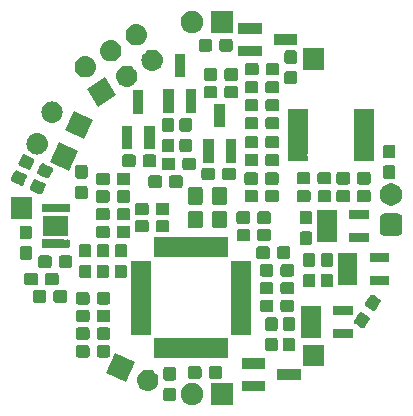
<source format=gbr>
G04 #@! TF.GenerationSoftware,KiCad,Pcbnew,(5.1.2)-2*
G04 #@! TF.CreationDate,2019-07-20T17:19:25+01:00*
G04 #@! TF.ProjectId,Kilobot v2-0,4b696c6f-626f-4742-9076-322d302e6b69,rev?*
G04 #@! TF.SameCoordinates,Original*
G04 #@! TF.FileFunction,Soldermask,Bot*
G04 #@! TF.FilePolarity,Negative*
%FSLAX46Y46*%
G04 Gerber Fmt 4.6, Leading zero omitted, Abs format (unit mm)*
G04 Created by KiCad (PCBNEW (5.1.2)-2) date 2019-07-20 17:19:25*
%MOMM*%
%LPD*%
G04 APERTURE LIST*
%ADD10C,0.150000*%
G04 APERTURE END LIST*
D10*
G36*
X102221000Y-116701000D02*
G01*
X100319000Y-116701000D01*
X100319000Y-114799000D01*
X102221000Y-114799000D01*
X102221000Y-116701000D01*
X102221000Y-116701000D01*
G37*
G36*
X99007395Y-114835546D02*
G01*
X99180466Y-114907234D01*
X99180467Y-114907235D01*
X99336227Y-115011310D01*
X99468690Y-115143773D01*
X99468691Y-115143775D01*
X99572766Y-115299534D01*
X99644454Y-115472605D01*
X99681000Y-115656333D01*
X99681000Y-115843667D01*
X99644454Y-116027395D01*
X99572766Y-116200466D01*
X99572765Y-116200467D01*
X99468690Y-116356227D01*
X99336227Y-116488690D01*
X99257818Y-116541081D01*
X99180466Y-116592766D01*
X99007395Y-116664454D01*
X98823667Y-116701000D01*
X98636333Y-116701000D01*
X98452605Y-116664454D01*
X98279534Y-116592766D01*
X98202182Y-116541081D01*
X98123773Y-116488690D01*
X97991310Y-116356227D01*
X97887235Y-116200467D01*
X97887234Y-116200466D01*
X97815546Y-116027395D01*
X97779000Y-115843667D01*
X97779000Y-115656333D01*
X97815546Y-115472605D01*
X97887234Y-115299534D01*
X97991309Y-115143775D01*
X97991310Y-115143773D01*
X98123773Y-115011310D01*
X98279533Y-114907235D01*
X98279534Y-114907234D01*
X98452605Y-114835546D01*
X98636333Y-114799000D01*
X98823667Y-114799000D01*
X99007395Y-114835546D01*
X99007395Y-114835546D01*
G37*
G36*
X97194499Y-115223445D02*
G01*
X97231995Y-115234820D01*
X97266554Y-115253292D01*
X97296847Y-115278153D01*
X97321708Y-115308446D01*
X97340180Y-115343005D01*
X97351555Y-115380501D01*
X97356000Y-115425638D01*
X97356000Y-116164362D01*
X97351555Y-116209499D01*
X97340180Y-116246995D01*
X97321708Y-116281554D01*
X97296847Y-116311847D01*
X97266554Y-116336708D01*
X97231995Y-116355180D01*
X97194499Y-116366555D01*
X97149362Y-116371000D01*
X96510638Y-116371000D01*
X96465501Y-116366555D01*
X96428005Y-116355180D01*
X96393446Y-116336708D01*
X96363153Y-116311847D01*
X96338292Y-116281554D01*
X96319820Y-116246995D01*
X96308445Y-116209499D01*
X96304000Y-116164362D01*
X96304000Y-115425638D01*
X96308445Y-115380501D01*
X96319820Y-115343005D01*
X96338292Y-115308446D01*
X96363153Y-115278153D01*
X96393446Y-115253292D01*
X96428005Y-115234820D01*
X96465501Y-115223445D01*
X96510638Y-115219000D01*
X97149362Y-115219000D01*
X97194499Y-115223445D01*
X97194499Y-115223445D01*
G37*
G36*
X104941000Y-115521000D02*
G01*
X102939000Y-115521000D01*
X102939000Y-114619000D01*
X104941000Y-114619000D01*
X104941000Y-115521000D01*
X104941000Y-115521000D01*
G37*
G36*
X95082465Y-113698969D02*
G01*
X95148649Y-113705487D01*
X95318488Y-113757007D01*
X95475013Y-113840672D01*
X95510751Y-113870002D01*
X95612208Y-113953264D01*
X95695470Y-114054721D01*
X95724800Y-114090459D01*
X95808465Y-114246984D01*
X95859985Y-114416823D01*
X95877381Y-114593450D01*
X95859985Y-114770077D01*
X95808465Y-114939916D01*
X95724800Y-115096441D01*
X95695470Y-115132179D01*
X95612208Y-115233636D01*
X95521050Y-115308446D01*
X95475013Y-115346228D01*
X95475011Y-115346229D01*
X95326449Y-115425638D01*
X95318488Y-115429893D01*
X95148649Y-115481413D01*
X95082465Y-115487931D01*
X95016282Y-115494450D01*
X94927762Y-115494450D01*
X94861579Y-115487931D01*
X94795395Y-115481413D01*
X94625556Y-115429893D01*
X94617596Y-115425638D01*
X94469033Y-115346229D01*
X94469031Y-115346228D01*
X94422994Y-115308446D01*
X94331836Y-115233636D01*
X94248574Y-115132179D01*
X94219244Y-115096441D01*
X94135579Y-114939916D01*
X94084059Y-114770077D01*
X94066663Y-114593450D01*
X94084059Y-114416823D01*
X94135579Y-114246984D01*
X94219244Y-114090459D01*
X94248574Y-114054721D01*
X94331836Y-113953264D01*
X94433293Y-113870002D01*
X94469031Y-113840672D01*
X94625556Y-113757007D01*
X94795395Y-113705487D01*
X94861579Y-113698969D01*
X94927762Y-113692450D01*
X95016282Y-113692450D01*
X95082465Y-113698969D01*
X95082465Y-113698969D01*
G37*
G36*
X93867362Y-113084196D02*
G01*
X93105804Y-114717362D01*
X91472638Y-113955804D01*
X92234196Y-112322638D01*
X93867362Y-113084196D01*
X93867362Y-113084196D01*
G37*
G36*
X97194499Y-113473445D02*
G01*
X97231995Y-113484820D01*
X97266554Y-113503292D01*
X97296847Y-113528153D01*
X97321708Y-113558446D01*
X97340180Y-113593005D01*
X97351555Y-113630501D01*
X97356000Y-113675638D01*
X97356000Y-114414362D01*
X97351555Y-114459499D01*
X97340180Y-114496995D01*
X97321708Y-114531554D01*
X97296847Y-114561847D01*
X97266554Y-114586708D01*
X97231995Y-114605180D01*
X97194499Y-114616555D01*
X97149362Y-114621000D01*
X96510638Y-114621000D01*
X96465501Y-114616555D01*
X96428005Y-114605180D01*
X96393446Y-114586708D01*
X96363153Y-114561847D01*
X96338292Y-114531554D01*
X96319820Y-114496995D01*
X96308445Y-114459499D01*
X96304000Y-114414362D01*
X96304000Y-113675638D01*
X96308445Y-113630501D01*
X96319820Y-113593005D01*
X96338292Y-113558446D01*
X96363153Y-113528153D01*
X96393446Y-113503292D01*
X96428005Y-113484820D01*
X96465501Y-113473445D01*
X96510638Y-113469000D01*
X97149362Y-113469000D01*
X97194499Y-113473445D01*
X97194499Y-113473445D01*
G37*
G36*
X107941000Y-114571000D02*
G01*
X105939000Y-114571000D01*
X105939000Y-113669000D01*
X107941000Y-113669000D01*
X107941000Y-114571000D01*
X107941000Y-114571000D01*
G37*
G36*
X101119499Y-113398445D02*
G01*
X101156995Y-113409820D01*
X101191554Y-113428292D01*
X101221847Y-113453153D01*
X101246708Y-113483446D01*
X101265180Y-113518005D01*
X101276555Y-113555501D01*
X101281000Y-113600638D01*
X101281000Y-114239362D01*
X101276555Y-114284499D01*
X101265180Y-114321995D01*
X101246708Y-114356554D01*
X101221847Y-114386847D01*
X101191554Y-114411708D01*
X101156995Y-114430180D01*
X101119499Y-114441555D01*
X101074362Y-114446000D01*
X100335638Y-114446000D01*
X100290501Y-114441555D01*
X100253005Y-114430180D01*
X100218446Y-114411708D01*
X100188153Y-114386847D01*
X100163292Y-114356554D01*
X100144820Y-114321995D01*
X100133445Y-114284499D01*
X100129000Y-114239362D01*
X100129000Y-113600638D01*
X100133445Y-113555501D01*
X100144820Y-113518005D01*
X100163292Y-113483446D01*
X100188153Y-113453153D01*
X100218446Y-113428292D01*
X100253005Y-113409820D01*
X100290501Y-113398445D01*
X100335638Y-113394000D01*
X101074362Y-113394000D01*
X101119499Y-113398445D01*
X101119499Y-113398445D01*
G37*
G36*
X99369499Y-113398445D02*
G01*
X99406995Y-113409820D01*
X99441554Y-113428292D01*
X99471847Y-113453153D01*
X99496708Y-113483446D01*
X99515180Y-113518005D01*
X99526555Y-113555501D01*
X99531000Y-113600638D01*
X99531000Y-114239362D01*
X99526555Y-114284499D01*
X99515180Y-114321995D01*
X99496708Y-114356554D01*
X99471847Y-114386847D01*
X99441554Y-114411708D01*
X99406995Y-114430180D01*
X99369499Y-114441555D01*
X99324362Y-114446000D01*
X98585638Y-114446000D01*
X98540501Y-114441555D01*
X98503005Y-114430180D01*
X98468446Y-114411708D01*
X98438153Y-114386847D01*
X98413292Y-114356554D01*
X98394820Y-114321995D01*
X98383445Y-114284499D01*
X98379000Y-114239362D01*
X98379000Y-113600638D01*
X98383445Y-113555501D01*
X98394820Y-113518005D01*
X98413292Y-113483446D01*
X98438153Y-113453153D01*
X98468446Y-113428292D01*
X98503005Y-113409820D01*
X98540501Y-113398445D01*
X98585638Y-113394000D01*
X99324362Y-113394000D01*
X99369499Y-113398445D01*
X99369499Y-113398445D01*
G37*
G36*
X104941000Y-113621000D02*
G01*
X102939000Y-113621000D01*
X102939000Y-112719000D01*
X104941000Y-112719000D01*
X104941000Y-113621000D01*
X104941000Y-113621000D01*
G37*
G36*
X109901000Y-113401000D02*
G01*
X108099000Y-113401000D01*
X108099000Y-111599000D01*
X109901000Y-111599000D01*
X109901000Y-113401000D01*
X109901000Y-113401000D01*
G37*
G36*
X101776000Y-112691000D02*
G01*
X95524000Y-112691000D01*
X95524000Y-110989000D01*
X101776000Y-110989000D01*
X101776000Y-112691000D01*
X101776000Y-112691000D01*
G37*
G36*
X91639499Y-111618445D02*
G01*
X91676995Y-111629820D01*
X91711554Y-111648292D01*
X91741847Y-111673153D01*
X91766708Y-111703446D01*
X91785180Y-111738005D01*
X91796555Y-111775501D01*
X91801000Y-111820638D01*
X91801000Y-112459362D01*
X91796555Y-112504499D01*
X91785180Y-112541995D01*
X91766708Y-112576554D01*
X91741847Y-112606847D01*
X91711554Y-112631708D01*
X91676995Y-112650180D01*
X91639499Y-112661555D01*
X91594362Y-112666000D01*
X90855638Y-112666000D01*
X90810501Y-112661555D01*
X90773005Y-112650180D01*
X90738446Y-112631708D01*
X90708153Y-112606847D01*
X90683292Y-112576554D01*
X90664820Y-112541995D01*
X90653445Y-112504499D01*
X90649000Y-112459362D01*
X90649000Y-111820638D01*
X90653445Y-111775501D01*
X90664820Y-111738005D01*
X90683292Y-111703446D01*
X90708153Y-111673153D01*
X90738446Y-111648292D01*
X90773005Y-111629820D01*
X90810501Y-111618445D01*
X90855638Y-111614000D01*
X91594362Y-111614000D01*
X91639499Y-111618445D01*
X91639499Y-111618445D01*
G37*
G36*
X89889499Y-111618445D02*
G01*
X89926995Y-111629820D01*
X89961554Y-111648292D01*
X89991847Y-111673153D01*
X90016708Y-111703446D01*
X90035180Y-111738005D01*
X90046555Y-111775501D01*
X90051000Y-111820638D01*
X90051000Y-112459362D01*
X90046555Y-112504499D01*
X90035180Y-112541995D01*
X90016708Y-112576554D01*
X89991847Y-112606847D01*
X89961554Y-112631708D01*
X89926995Y-112650180D01*
X89889499Y-112661555D01*
X89844362Y-112666000D01*
X89105638Y-112666000D01*
X89060501Y-112661555D01*
X89023005Y-112650180D01*
X88988446Y-112631708D01*
X88958153Y-112606847D01*
X88933292Y-112576554D01*
X88914820Y-112541995D01*
X88903445Y-112504499D01*
X88899000Y-112459362D01*
X88899000Y-111820638D01*
X88903445Y-111775501D01*
X88914820Y-111738005D01*
X88933292Y-111703446D01*
X88958153Y-111673153D01*
X88988446Y-111648292D01*
X89023005Y-111629820D01*
X89060501Y-111618445D01*
X89105638Y-111614000D01*
X89844362Y-111614000D01*
X89889499Y-111618445D01*
X89889499Y-111618445D01*
G37*
G36*
X105814499Y-111003445D02*
G01*
X105851995Y-111014820D01*
X105886554Y-111033292D01*
X105916847Y-111058153D01*
X105941708Y-111088446D01*
X105960180Y-111123005D01*
X105971555Y-111160501D01*
X105976000Y-111205638D01*
X105976000Y-111944362D01*
X105971555Y-111989499D01*
X105960180Y-112026995D01*
X105941708Y-112061554D01*
X105916847Y-112091847D01*
X105886554Y-112116708D01*
X105851995Y-112135180D01*
X105814499Y-112146555D01*
X105769362Y-112151000D01*
X105130638Y-112151000D01*
X105085501Y-112146555D01*
X105048005Y-112135180D01*
X105013446Y-112116708D01*
X104983153Y-112091847D01*
X104958292Y-112061554D01*
X104939820Y-112026995D01*
X104928445Y-111989499D01*
X104924000Y-111944362D01*
X104924000Y-111205638D01*
X104928445Y-111160501D01*
X104939820Y-111123005D01*
X104958292Y-111088446D01*
X104983153Y-111058153D01*
X105013446Y-111033292D01*
X105048005Y-111014820D01*
X105085501Y-111003445D01*
X105130638Y-110999000D01*
X105769362Y-110999000D01*
X105814499Y-111003445D01*
X105814499Y-111003445D01*
G37*
G36*
X107294499Y-110998445D02*
G01*
X107331995Y-111009820D01*
X107366554Y-111028292D01*
X107396847Y-111053153D01*
X107421708Y-111083446D01*
X107440180Y-111118005D01*
X107451555Y-111155501D01*
X107456000Y-111200638D01*
X107456000Y-111939362D01*
X107451555Y-111984499D01*
X107440180Y-112021995D01*
X107421708Y-112056554D01*
X107396847Y-112086847D01*
X107366554Y-112111708D01*
X107331995Y-112130180D01*
X107294499Y-112141555D01*
X107249362Y-112146000D01*
X106610638Y-112146000D01*
X106565501Y-112141555D01*
X106528005Y-112130180D01*
X106493446Y-112111708D01*
X106463153Y-112086847D01*
X106438292Y-112056554D01*
X106419820Y-112021995D01*
X106408445Y-111984499D01*
X106404000Y-111939362D01*
X106404000Y-111200638D01*
X106408445Y-111155501D01*
X106419820Y-111118005D01*
X106438292Y-111083446D01*
X106463153Y-111053153D01*
X106493446Y-111028292D01*
X106528005Y-111009820D01*
X106565501Y-110998445D01*
X106610638Y-110994000D01*
X107249362Y-110994000D01*
X107294499Y-110998445D01*
X107294499Y-110998445D01*
G37*
G36*
X91639499Y-110121445D02*
G01*
X91676995Y-110132820D01*
X91711554Y-110151292D01*
X91741847Y-110176153D01*
X91766708Y-110206446D01*
X91785180Y-110241005D01*
X91796555Y-110278501D01*
X91801000Y-110323638D01*
X91801000Y-110962362D01*
X91796555Y-111007499D01*
X91785180Y-111044995D01*
X91766708Y-111079554D01*
X91741847Y-111109847D01*
X91711554Y-111134708D01*
X91676995Y-111153180D01*
X91639499Y-111164555D01*
X91594362Y-111169000D01*
X90855638Y-111169000D01*
X90810501Y-111164555D01*
X90773005Y-111153180D01*
X90738446Y-111134708D01*
X90708153Y-111109847D01*
X90683292Y-111079554D01*
X90664820Y-111044995D01*
X90653445Y-111007499D01*
X90649000Y-110962362D01*
X90649000Y-110323638D01*
X90653445Y-110278501D01*
X90664820Y-110241005D01*
X90683292Y-110206446D01*
X90708153Y-110176153D01*
X90738446Y-110151292D01*
X90773005Y-110132820D01*
X90810501Y-110121445D01*
X90855638Y-110117000D01*
X91594362Y-110117000D01*
X91639499Y-110121445D01*
X91639499Y-110121445D01*
G37*
G36*
X89889499Y-110121445D02*
G01*
X89926995Y-110132820D01*
X89961554Y-110151292D01*
X89991847Y-110176153D01*
X90016708Y-110206446D01*
X90035180Y-110241005D01*
X90046555Y-110278501D01*
X90051000Y-110323638D01*
X90051000Y-110962362D01*
X90046555Y-111007499D01*
X90035180Y-111044995D01*
X90016708Y-111079554D01*
X89991847Y-111109847D01*
X89961554Y-111134708D01*
X89926995Y-111153180D01*
X89889499Y-111164555D01*
X89844362Y-111169000D01*
X89105638Y-111169000D01*
X89060501Y-111164555D01*
X89023005Y-111153180D01*
X88988446Y-111134708D01*
X88958153Y-111109847D01*
X88933292Y-111079554D01*
X88914820Y-111044995D01*
X88903445Y-111007499D01*
X88899000Y-110962362D01*
X88899000Y-110323638D01*
X88903445Y-110278501D01*
X88914820Y-110241005D01*
X88933292Y-110206446D01*
X88958153Y-110176153D01*
X88988446Y-110151292D01*
X89023005Y-110132820D01*
X89060501Y-110121445D01*
X89105638Y-110117000D01*
X89844362Y-110117000D01*
X89889499Y-110121445D01*
X89889499Y-110121445D01*
G37*
G36*
X112351000Y-110986000D02*
G01*
X110689000Y-110986000D01*
X110689000Y-110234000D01*
X112351000Y-110234000D01*
X112351000Y-110986000D01*
X112351000Y-110986000D01*
G37*
G36*
X109651000Y-110986000D02*
G01*
X107989000Y-110986000D01*
X107989000Y-108334000D01*
X109651000Y-108334000D01*
X109651000Y-110986000D01*
X109651000Y-110986000D01*
G37*
G36*
X103751000Y-110716000D02*
G01*
X102049000Y-110716000D01*
X102049000Y-104464000D01*
X103751000Y-104464000D01*
X103751000Y-110716000D01*
X103751000Y-110716000D01*
G37*
G36*
X95251000Y-110716000D02*
G01*
X93549000Y-110716000D01*
X93549000Y-104464000D01*
X95251000Y-104464000D01*
X95251000Y-110716000D01*
X95251000Y-110716000D01*
G37*
G36*
X105814499Y-109253445D02*
G01*
X105851995Y-109264820D01*
X105886554Y-109283292D01*
X105916847Y-109308153D01*
X105941708Y-109338446D01*
X105960180Y-109373005D01*
X105971555Y-109410501D01*
X105976000Y-109455638D01*
X105976000Y-110194362D01*
X105971555Y-110239499D01*
X105960180Y-110276995D01*
X105941708Y-110311554D01*
X105916847Y-110341847D01*
X105886554Y-110366708D01*
X105851995Y-110385180D01*
X105814499Y-110396555D01*
X105769362Y-110401000D01*
X105130638Y-110401000D01*
X105085501Y-110396555D01*
X105048005Y-110385180D01*
X105013446Y-110366708D01*
X104983153Y-110341847D01*
X104958292Y-110311554D01*
X104939820Y-110276995D01*
X104928445Y-110239499D01*
X104924000Y-110194362D01*
X104924000Y-109455638D01*
X104928445Y-109410501D01*
X104939820Y-109373005D01*
X104958292Y-109338446D01*
X104983153Y-109308153D01*
X105013446Y-109283292D01*
X105048005Y-109264820D01*
X105085501Y-109253445D01*
X105130638Y-109249000D01*
X105769362Y-109249000D01*
X105814499Y-109253445D01*
X105814499Y-109253445D01*
G37*
G36*
X107294499Y-109248445D02*
G01*
X107331995Y-109259820D01*
X107366554Y-109278292D01*
X107396847Y-109303153D01*
X107421708Y-109333446D01*
X107440180Y-109368005D01*
X107451555Y-109405501D01*
X107456000Y-109450638D01*
X107456000Y-110189362D01*
X107451555Y-110234499D01*
X107440180Y-110271995D01*
X107421708Y-110306554D01*
X107396847Y-110336847D01*
X107366554Y-110361708D01*
X107331995Y-110380180D01*
X107294499Y-110391555D01*
X107249362Y-110396000D01*
X106610638Y-110396000D01*
X106565501Y-110391555D01*
X106528005Y-110380180D01*
X106493446Y-110361708D01*
X106463153Y-110336847D01*
X106438292Y-110306554D01*
X106419820Y-110271995D01*
X106408445Y-110234499D01*
X106404000Y-110189362D01*
X106404000Y-109450638D01*
X106408445Y-109405501D01*
X106419820Y-109368005D01*
X106438292Y-109333446D01*
X106463153Y-109303153D01*
X106493446Y-109278292D01*
X106528005Y-109259820D01*
X106565501Y-109248445D01*
X106610638Y-109244000D01*
X107249362Y-109244000D01*
X107294499Y-109248445D01*
X107294499Y-109248445D01*
G37*
G36*
X113062258Y-108823957D02*
G01*
X113100088Y-108834182D01*
X113140722Y-108854331D01*
X113188515Y-108884196D01*
X113188518Y-108884197D01*
X113634591Y-109162935D01*
X113634594Y-109162937D01*
X113682381Y-109192798D01*
X113718311Y-109220492D01*
X113744084Y-109250010D01*
X113763600Y-109283985D01*
X113776118Y-109321125D01*
X113781147Y-109359985D01*
X113778499Y-109399079D01*
X113768274Y-109436909D01*
X113748120Y-109477554D01*
X113356667Y-110104010D01*
X113328973Y-110139938D01*
X113299456Y-110165711D01*
X113265475Y-110185231D01*
X113228346Y-110197744D01*
X113189477Y-110202775D01*
X113150384Y-110200127D01*
X113112554Y-110189902D01*
X113071920Y-110169753D01*
X113024127Y-110139888D01*
X113024124Y-110139887D01*
X112578051Y-109861149D01*
X112578048Y-109861147D01*
X112530261Y-109831286D01*
X112494331Y-109803592D01*
X112468558Y-109774074D01*
X112449042Y-109740099D01*
X112436524Y-109702959D01*
X112431495Y-109664099D01*
X112434143Y-109625005D01*
X112444368Y-109587175D01*
X112464522Y-109546530D01*
X112855975Y-108920074D01*
X112883669Y-108884146D01*
X112913186Y-108858373D01*
X112947167Y-108838853D01*
X112984296Y-108826340D01*
X113023165Y-108821309D01*
X113062258Y-108823957D01*
X113062258Y-108823957D01*
G37*
G36*
X89889499Y-108625445D02*
G01*
X89926995Y-108636820D01*
X89961554Y-108655292D01*
X89991847Y-108680153D01*
X90016708Y-108710446D01*
X90035180Y-108745005D01*
X90046555Y-108782501D01*
X90051000Y-108827638D01*
X90051000Y-109466362D01*
X90046555Y-109511499D01*
X90035180Y-109548995D01*
X90016708Y-109583554D01*
X89991847Y-109613847D01*
X89961554Y-109638708D01*
X89926995Y-109657180D01*
X89889499Y-109668555D01*
X89844362Y-109673000D01*
X89105638Y-109673000D01*
X89060501Y-109668555D01*
X89023005Y-109657180D01*
X88988446Y-109638708D01*
X88958153Y-109613847D01*
X88933292Y-109583554D01*
X88914820Y-109548995D01*
X88903445Y-109511499D01*
X88899000Y-109466362D01*
X88899000Y-108827638D01*
X88903445Y-108782501D01*
X88914820Y-108745005D01*
X88933292Y-108710446D01*
X88958153Y-108680153D01*
X88988446Y-108655292D01*
X89023005Y-108636820D01*
X89060501Y-108625445D01*
X89105638Y-108621000D01*
X89844362Y-108621000D01*
X89889499Y-108625445D01*
X89889499Y-108625445D01*
G37*
G36*
X91639499Y-108625445D02*
G01*
X91676995Y-108636820D01*
X91711554Y-108655292D01*
X91741847Y-108680153D01*
X91766708Y-108710446D01*
X91785180Y-108745005D01*
X91796555Y-108782501D01*
X91801000Y-108827638D01*
X91801000Y-109466362D01*
X91796555Y-109511499D01*
X91785180Y-109548995D01*
X91766708Y-109583554D01*
X91741847Y-109613847D01*
X91711554Y-109638708D01*
X91676995Y-109657180D01*
X91639499Y-109668555D01*
X91594362Y-109673000D01*
X90855638Y-109673000D01*
X90810501Y-109668555D01*
X90773005Y-109657180D01*
X90738446Y-109638708D01*
X90708153Y-109613847D01*
X90683292Y-109583554D01*
X90664820Y-109548995D01*
X90653445Y-109511499D01*
X90649000Y-109466362D01*
X90649000Y-108827638D01*
X90653445Y-108782501D01*
X90664820Y-108745005D01*
X90683292Y-108710446D01*
X90708153Y-108680153D01*
X90738446Y-108655292D01*
X90773005Y-108636820D01*
X90810501Y-108625445D01*
X90855638Y-108621000D01*
X91594362Y-108621000D01*
X91639499Y-108625445D01*
X91639499Y-108625445D01*
G37*
G36*
X112351000Y-109086000D02*
G01*
X110689000Y-109086000D01*
X110689000Y-108334000D01*
X112351000Y-108334000D01*
X112351000Y-109086000D01*
X112351000Y-109086000D01*
G37*
G36*
X107209499Y-107773445D02*
G01*
X107246995Y-107784820D01*
X107281554Y-107803292D01*
X107311847Y-107828153D01*
X107336708Y-107858446D01*
X107355180Y-107893005D01*
X107366555Y-107930501D01*
X107371000Y-107975638D01*
X107371000Y-108614362D01*
X107366555Y-108659499D01*
X107355180Y-108696995D01*
X107336708Y-108731554D01*
X107311847Y-108761847D01*
X107281554Y-108786708D01*
X107246995Y-108805180D01*
X107209499Y-108816555D01*
X107164362Y-108821000D01*
X106425638Y-108821000D01*
X106380501Y-108816555D01*
X106343005Y-108805180D01*
X106308446Y-108786708D01*
X106278153Y-108761847D01*
X106253292Y-108731554D01*
X106234820Y-108696995D01*
X106223445Y-108659499D01*
X106219000Y-108614362D01*
X106219000Y-107975638D01*
X106223445Y-107930501D01*
X106234820Y-107893005D01*
X106253292Y-107858446D01*
X106278153Y-107828153D01*
X106308446Y-107803292D01*
X106343005Y-107784820D01*
X106380501Y-107773445D01*
X106425638Y-107769000D01*
X107164362Y-107769000D01*
X107209499Y-107773445D01*
X107209499Y-107773445D01*
G37*
G36*
X105459499Y-107773445D02*
G01*
X105496995Y-107784820D01*
X105531554Y-107803292D01*
X105561847Y-107828153D01*
X105586708Y-107858446D01*
X105605180Y-107893005D01*
X105616555Y-107930501D01*
X105621000Y-107975638D01*
X105621000Y-108614362D01*
X105616555Y-108659499D01*
X105605180Y-108696995D01*
X105586708Y-108731554D01*
X105561847Y-108761847D01*
X105531554Y-108786708D01*
X105496995Y-108805180D01*
X105459499Y-108816555D01*
X105414362Y-108821000D01*
X104675638Y-108821000D01*
X104630501Y-108816555D01*
X104593005Y-108805180D01*
X104558446Y-108786708D01*
X104528153Y-108761847D01*
X104503292Y-108731554D01*
X104484820Y-108696995D01*
X104473445Y-108659499D01*
X104469000Y-108614362D01*
X104469000Y-107975638D01*
X104473445Y-107930501D01*
X104484820Y-107893005D01*
X104503292Y-107858446D01*
X104528153Y-107828153D01*
X104558446Y-107803292D01*
X104593005Y-107784820D01*
X104630501Y-107773445D01*
X104675638Y-107769000D01*
X105414362Y-107769000D01*
X105459499Y-107773445D01*
X105459499Y-107773445D01*
G37*
G36*
X113989616Y-107339873D02*
G01*
X114027446Y-107350098D01*
X114068080Y-107370247D01*
X114115873Y-107400112D01*
X114115876Y-107400113D01*
X114561949Y-107678851D01*
X114561952Y-107678853D01*
X114609739Y-107708714D01*
X114645669Y-107736408D01*
X114671442Y-107765926D01*
X114690958Y-107799901D01*
X114703476Y-107837041D01*
X114708505Y-107875901D01*
X114705857Y-107914995D01*
X114695632Y-107952825D01*
X114675478Y-107993470D01*
X114284025Y-108619926D01*
X114256331Y-108655854D01*
X114226814Y-108681627D01*
X114192833Y-108701147D01*
X114155704Y-108713660D01*
X114116835Y-108718691D01*
X114077742Y-108716043D01*
X114039912Y-108705818D01*
X113999278Y-108685669D01*
X113951485Y-108655804D01*
X113951482Y-108655803D01*
X113505409Y-108377065D01*
X113505406Y-108377063D01*
X113457619Y-108347202D01*
X113421689Y-108319508D01*
X113395916Y-108289990D01*
X113376400Y-108256015D01*
X113363882Y-108218875D01*
X113358853Y-108180015D01*
X113361501Y-108140921D01*
X113371726Y-108103091D01*
X113391880Y-108062446D01*
X113783333Y-107435990D01*
X113811027Y-107400062D01*
X113840544Y-107374289D01*
X113874525Y-107354769D01*
X113911654Y-107342256D01*
X113950523Y-107337225D01*
X113989616Y-107339873D01*
X113989616Y-107339873D01*
G37*
G36*
X89889499Y-107128445D02*
G01*
X89926995Y-107139820D01*
X89961554Y-107158292D01*
X89991847Y-107183153D01*
X90016708Y-107213446D01*
X90035180Y-107248005D01*
X90046555Y-107285501D01*
X90051000Y-107330638D01*
X90051000Y-107969362D01*
X90046555Y-108014499D01*
X90035180Y-108051995D01*
X90016708Y-108086554D01*
X89991847Y-108116847D01*
X89961554Y-108141708D01*
X89926995Y-108160180D01*
X89889499Y-108171555D01*
X89844362Y-108176000D01*
X89105638Y-108176000D01*
X89060501Y-108171555D01*
X89023005Y-108160180D01*
X88988446Y-108141708D01*
X88958153Y-108116847D01*
X88933292Y-108086554D01*
X88914820Y-108051995D01*
X88903445Y-108014499D01*
X88899000Y-107969362D01*
X88899000Y-107330638D01*
X88903445Y-107285501D01*
X88914820Y-107248005D01*
X88933292Y-107213446D01*
X88958153Y-107183153D01*
X88988446Y-107158292D01*
X89023005Y-107139820D01*
X89060501Y-107128445D01*
X89105638Y-107124000D01*
X89844362Y-107124000D01*
X89889499Y-107128445D01*
X89889499Y-107128445D01*
G37*
G36*
X91639499Y-107128445D02*
G01*
X91676995Y-107139820D01*
X91711554Y-107158292D01*
X91741847Y-107183153D01*
X91766708Y-107213446D01*
X91785180Y-107248005D01*
X91796555Y-107285501D01*
X91801000Y-107330638D01*
X91801000Y-107969362D01*
X91796555Y-108014499D01*
X91785180Y-108051995D01*
X91766708Y-108086554D01*
X91741847Y-108116847D01*
X91711554Y-108141708D01*
X91676995Y-108160180D01*
X91639499Y-108171555D01*
X91594362Y-108176000D01*
X90855638Y-108176000D01*
X90810501Y-108171555D01*
X90773005Y-108160180D01*
X90738446Y-108141708D01*
X90708153Y-108116847D01*
X90683292Y-108086554D01*
X90664820Y-108051995D01*
X90653445Y-108014499D01*
X90649000Y-107969362D01*
X90649000Y-107330638D01*
X90653445Y-107285501D01*
X90664820Y-107248005D01*
X90683292Y-107213446D01*
X90708153Y-107183153D01*
X90738446Y-107158292D01*
X90773005Y-107139820D01*
X90810501Y-107128445D01*
X90855638Y-107124000D01*
X91594362Y-107124000D01*
X91639499Y-107128445D01*
X91639499Y-107128445D01*
G37*
G36*
X86229499Y-106968445D02*
G01*
X86266995Y-106979820D01*
X86301554Y-106998292D01*
X86331847Y-107023153D01*
X86356708Y-107053446D01*
X86375180Y-107088005D01*
X86386555Y-107125501D01*
X86391000Y-107170638D01*
X86391000Y-107809362D01*
X86386555Y-107854499D01*
X86375180Y-107891995D01*
X86356708Y-107926554D01*
X86331847Y-107956847D01*
X86301554Y-107981708D01*
X86266995Y-108000180D01*
X86229499Y-108011555D01*
X86184362Y-108016000D01*
X85445638Y-108016000D01*
X85400501Y-108011555D01*
X85363005Y-108000180D01*
X85328446Y-107981708D01*
X85298153Y-107956847D01*
X85273292Y-107926554D01*
X85254820Y-107891995D01*
X85243445Y-107854499D01*
X85239000Y-107809362D01*
X85239000Y-107170638D01*
X85243445Y-107125501D01*
X85254820Y-107088005D01*
X85273292Y-107053446D01*
X85298153Y-107023153D01*
X85328446Y-106998292D01*
X85363005Y-106979820D01*
X85400501Y-106968445D01*
X85445638Y-106964000D01*
X86184362Y-106964000D01*
X86229499Y-106968445D01*
X86229499Y-106968445D01*
G37*
G36*
X87979499Y-106968445D02*
G01*
X88016995Y-106979820D01*
X88051554Y-106998292D01*
X88081847Y-107023153D01*
X88106708Y-107053446D01*
X88125180Y-107088005D01*
X88136555Y-107125501D01*
X88141000Y-107170638D01*
X88141000Y-107809362D01*
X88136555Y-107854499D01*
X88125180Y-107891995D01*
X88106708Y-107926554D01*
X88081847Y-107956847D01*
X88051554Y-107981708D01*
X88016995Y-108000180D01*
X87979499Y-108011555D01*
X87934362Y-108016000D01*
X87195638Y-108016000D01*
X87150501Y-108011555D01*
X87113005Y-108000180D01*
X87078446Y-107981708D01*
X87048153Y-107956847D01*
X87023292Y-107926554D01*
X87004820Y-107891995D01*
X86993445Y-107854499D01*
X86989000Y-107809362D01*
X86989000Y-107170638D01*
X86993445Y-107125501D01*
X87004820Y-107088005D01*
X87023292Y-107053446D01*
X87048153Y-107023153D01*
X87078446Y-106998292D01*
X87113005Y-106979820D01*
X87150501Y-106968445D01*
X87195638Y-106964000D01*
X87934362Y-106964000D01*
X87979499Y-106968445D01*
X87979499Y-106968445D01*
G37*
G36*
X105459499Y-106268445D02*
G01*
X105496995Y-106279820D01*
X105531554Y-106298292D01*
X105561847Y-106323153D01*
X105586708Y-106353446D01*
X105605180Y-106388005D01*
X105616555Y-106425501D01*
X105621000Y-106470638D01*
X105621000Y-107109362D01*
X105616555Y-107154499D01*
X105605180Y-107191995D01*
X105586708Y-107226554D01*
X105561847Y-107256847D01*
X105531554Y-107281708D01*
X105496995Y-107300180D01*
X105459499Y-107311555D01*
X105414362Y-107316000D01*
X104675638Y-107316000D01*
X104630501Y-107311555D01*
X104593005Y-107300180D01*
X104558446Y-107281708D01*
X104528153Y-107256847D01*
X104503292Y-107226554D01*
X104484820Y-107191995D01*
X104473445Y-107154499D01*
X104469000Y-107109362D01*
X104469000Y-106470638D01*
X104473445Y-106425501D01*
X104484820Y-106388005D01*
X104503292Y-106353446D01*
X104528153Y-106323153D01*
X104558446Y-106298292D01*
X104593005Y-106279820D01*
X104630501Y-106268445D01*
X104675638Y-106264000D01*
X105414362Y-106264000D01*
X105459499Y-106268445D01*
X105459499Y-106268445D01*
G37*
G36*
X107209499Y-106268445D02*
G01*
X107246995Y-106279820D01*
X107281554Y-106298292D01*
X107311847Y-106323153D01*
X107336708Y-106353446D01*
X107355180Y-106388005D01*
X107366555Y-106425501D01*
X107371000Y-106470638D01*
X107371000Y-107109362D01*
X107366555Y-107154499D01*
X107355180Y-107191995D01*
X107336708Y-107226554D01*
X107311847Y-107256847D01*
X107281554Y-107281708D01*
X107246995Y-107300180D01*
X107209499Y-107311555D01*
X107164362Y-107316000D01*
X106425638Y-107316000D01*
X106380501Y-107311555D01*
X106343005Y-107300180D01*
X106308446Y-107281708D01*
X106278153Y-107256847D01*
X106253292Y-107226554D01*
X106234820Y-107191995D01*
X106223445Y-107154499D01*
X106219000Y-107109362D01*
X106219000Y-106470638D01*
X106223445Y-106425501D01*
X106234820Y-106388005D01*
X106253292Y-106353446D01*
X106278153Y-106323153D01*
X106308446Y-106298292D01*
X106343005Y-106279820D01*
X106380501Y-106268445D01*
X106425638Y-106264000D01*
X107164362Y-106264000D01*
X107209499Y-106268445D01*
X107209499Y-106268445D01*
G37*
G36*
X109014499Y-105573445D02*
G01*
X109051995Y-105584820D01*
X109086554Y-105603292D01*
X109116847Y-105628153D01*
X109141708Y-105658446D01*
X109160180Y-105693005D01*
X109171555Y-105730501D01*
X109176000Y-105775638D01*
X109176000Y-106514362D01*
X109171555Y-106559499D01*
X109160180Y-106596995D01*
X109141708Y-106631554D01*
X109116847Y-106661847D01*
X109086554Y-106686708D01*
X109051995Y-106705180D01*
X109014499Y-106716555D01*
X108969362Y-106721000D01*
X108330638Y-106721000D01*
X108285501Y-106716555D01*
X108248005Y-106705180D01*
X108213446Y-106686708D01*
X108183153Y-106661847D01*
X108158292Y-106631554D01*
X108139820Y-106596995D01*
X108128445Y-106559499D01*
X108124000Y-106514362D01*
X108124000Y-105775638D01*
X108128445Y-105730501D01*
X108139820Y-105693005D01*
X108158292Y-105658446D01*
X108183153Y-105628153D01*
X108213446Y-105603292D01*
X108248005Y-105584820D01*
X108285501Y-105573445D01*
X108330638Y-105569000D01*
X108969362Y-105569000D01*
X109014499Y-105573445D01*
X109014499Y-105573445D01*
G37*
G36*
X110514499Y-105573445D02*
G01*
X110551995Y-105584820D01*
X110586554Y-105603292D01*
X110616847Y-105628153D01*
X110641708Y-105658446D01*
X110660180Y-105693005D01*
X110671555Y-105730501D01*
X110676000Y-105775638D01*
X110676000Y-106514362D01*
X110671555Y-106559499D01*
X110660180Y-106596995D01*
X110641708Y-106631554D01*
X110616847Y-106661847D01*
X110586554Y-106686708D01*
X110551995Y-106705180D01*
X110514499Y-106716555D01*
X110469362Y-106721000D01*
X109830638Y-106721000D01*
X109785501Y-106716555D01*
X109748005Y-106705180D01*
X109713446Y-106686708D01*
X109683153Y-106661847D01*
X109658292Y-106631554D01*
X109639820Y-106596995D01*
X109628445Y-106559499D01*
X109624000Y-106514362D01*
X109624000Y-105775638D01*
X109628445Y-105730501D01*
X109639820Y-105693005D01*
X109658292Y-105658446D01*
X109683153Y-105628153D01*
X109713446Y-105603292D01*
X109748005Y-105584820D01*
X109785501Y-105573445D01*
X109830638Y-105569000D01*
X110469362Y-105569000D01*
X110514499Y-105573445D01*
X110514499Y-105573445D01*
G37*
G36*
X85519499Y-105508445D02*
G01*
X85556995Y-105519820D01*
X85591554Y-105538292D01*
X85621847Y-105563153D01*
X85646708Y-105593446D01*
X85665180Y-105628005D01*
X85676555Y-105665501D01*
X85681000Y-105710638D01*
X85681000Y-106349362D01*
X85676555Y-106394499D01*
X85665180Y-106431995D01*
X85646708Y-106466554D01*
X85621847Y-106496847D01*
X85591554Y-106521708D01*
X85556995Y-106540180D01*
X85519499Y-106551555D01*
X85474362Y-106556000D01*
X84735638Y-106556000D01*
X84690501Y-106551555D01*
X84653005Y-106540180D01*
X84618446Y-106521708D01*
X84588153Y-106496847D01*
X84563292Y-106466554D01*
X84544820Y-106431995D01*
X84533445Y-106394499D01*
X84529000Y-106349362D01*
X84529000Y-105710638D01*
X84533445Y-105665501D01*
X84544820Y-105628005D01*
X84563292Y-105593446D01*
X84588153Y-105563153D01*
X84618446Y-105538292D01*
X84653005Y-105519820D01*
X84690501Y-105508445D01*
X84735638Y-105504000D01*
X85474362Y-105504000D01*
X85519499Y-105508445D01*
X85519499Y-105508445D01*
G37*
G36*
X87269499Y-105508445D02*
G01*
X87306995Y-105519820D01*
X87341554Y-105538292D01*
X87371847Y-105563153D01*
X87396708Y-105593446D01*
X87415180Y-105628005D01*
X87426555Y-105665501D01*
X87431000Y-105710638D01*
X87431000Y-106349362D01*
X87426555Y-106394499D01*
X87415180Y-106431995D01*
X87396708Y-106466554D01*
X87371847Y-106496847D01*
X87341554Y-106521708D01*
X87306995Y-106540180D01*
X87269499Y-106551555D01*
X87224362Y-106556000D01*
X86485638Y-106556000D01*
X86440501Y-106551555D01*
X86403005Y-106540180D01*
X86368446Y-106521708D01*
X86338153Y-106496847D01*
X86313292Y-106466554D01*
X86294820Y-106431995D01*
X86283445Y-106394499D01*
X86279000Y-106349362D01*
X86279000Y-105710638D01*
X86283445Y-105665501D01*
X86294820Y-105628005D01*
X86313292Y-105593446D01*
X86338153Y-105563153D01*
X86368446Y-105538292D01*
X86403005Y-105519820D01*
X86440501Y-105508445D01*
X86485638Y-105504000D01*
X87224362Y-105504000D01*
X87269499Y-105508445D01*
X87269499Y-105508445D01*
G37*
G36*
X112731000Y-106506000D02*
G01*
X111069000Y-106506000D01*
X111069000Y-103854000D01*
X112731000Y-103854000D01*
X112731000Y-106506000D01*
X112731000Y-106506000D01*
G37*
G36*
X115431000Y-106506000D02*
G01*
X113769000Y-106506000D01*
X113769000Y-105754000D01*
X115431000Y-105754000D01*
X115431000Y-106506000D01*
X115431000Y-106506000D01*
G37*
G36*
X93064499Y-104798445D02*
G01*
X93101995Y-104809820D01*
X93136554Y-104828292D01*
X93166847Y-104853153D01*
X93191708Y-104883446D01*
X93210180Y-104918005D01*
X93221555Y-104955501D01*
X93226000Y-105000638D01*
X93226000Y-105739362D01*
X93221555Y-105784499D01*
X93210180Y-105821995D01*
X93191708Y-105856554D01*
X93166847Y-105886847D01*
X93136554Y-105911708D01*
X93101995Y-105930180D01*
X93064499Y-105941555D01*
X93019362Y-105946000D01*
X92380638Y-105946000D01*
X92335501Y-105941555D01*
X92298005Y-105930180D01*
X92263446Y-105911708D01*
X92233153Y-105886847D01*
X92208292Y-105856554D01*
X92189820Y-105821995D01*
X92178445Y-105784499D01*
X92174000Y-105739362D01*
X92174000Y-105000638D01*
X92178445Y-104955501D01*
X92189820Y-104918005D01*
X92208292Y-104883446D01*
X92233153Y-104853153D01*
X92263446Y-104828292D01*
X92298005Y-104809820D01*
X92335501Y-104798445D01*
X92380638Y-104794000D01*
X93019362Y-104794000D01*
X93064499Y-104798445D01*
X93064499Y-104798445D01*
G37*
G36*
X90044499Y-104798445D02*
G01*
X90081995Y-104809820D01*
X90116554Y-104828292D01*
X90146847Y-104853153D01*
X90171708Y-104883446D01*
X90190180Y-104918005D01*
X90201555Y-104955501D01*
X90206000Y-105000638D01*
X90206000Y-105739362D01*
X90201555Y-105784499D01*
X90190180Y-105821995D01*
X90171708Y-105856554D01*
X90146847Y-105886847D01*
X90116554Y-105911708D01*
X90081995Y-105930180D01*
X90044499Y-105941555D01*
X89999362Y-105946000D01*
X89360638Y-105946000D01*
X89315501Y-105941555D01*
X89278005Y-105930180D01*
X89243446Y-105911708D01*
X89213153Y-105886847D01*
X89188292Y-105856554D01*
X89169820Y-105821995D01*
X89158445Y-105784499D01*
X89154000Y-105739362D01*
X89154000Y-105000638D01*
X89158445Y-104955501D01*
X89169820Y-104918005D01*
X89188292Y-104883446D01*
X89213153Y-104853153D01*
X89243446Y-104828292D01*
X89278005Y-104809820D01*
X89315501Y-104798445D01*
X89360638Y-104794000D01*
X89999362Y-104794000D01*
X90044499Y-104798445D01*
X90044499Y-104798445D01*
G37*
G36*
X91554499Y-104798445D02*
G01*
X91591995Y-104809820D01*
X91626554Y-104828292D01*
X91656847Y-104853153D01*
X91681708Y-104883446D01*
X91700180Y-104918005D01*
X91711555Y-104955501D01*
X91716000Y-105000638D01*
X91716000Y-105739362D01*
X91711555Y-105784499D01*
X91700180Y-105821995D01*
X91681708Y-105856554D01*
X91656847Y-105886847D01*
X91626554Y-105911708D01*
X91591995Y-105930180D01*
X91554499Y-105941555D01*
X91509362Y-105946000D01*
X90870638Y-105946000D01*
X90825501Y-105941555D01*
X90788005Y-105930180D01*
X90753446Y-105911708D01*
X90723153Y-105886847D01*
X90698292Y-105856554D01*
X90679820Y-105821995D01*
X90668445Y-105784499D01*
X90664000Y-105739362D01*
X90664000Y-105000638D01*
X90668445Y-104955501D01*
X90679820Y-104918005D01*
X90698292Y-104883446D01*
X90723153Y-104853153D01*
X90753446Y-104828292D01*
X90788005Y-104809820D01*
X90825501Y-104798445D01*
X90870638Y-104794000D01*
X91509362Y-104794000D01*
X91554499Y-104798445D01*
X91554499Y-104798445D01*
G37*
G36*
X105459499Y-104758445D02*
G01*
X105496995Y-104769820D01*
X105531554Y-104788292D01*
X105561847Y-104813153D01*
X105586708Y-104843446D01*
X105605180Y-104878005D01*
X105616555Y-104915501D01*
X105621000Y-104960638D01*
X105621000Y-105599362D01*
X105616555Y-105644499D01*
X105605180Y-105681995D01*
X105586708Y-105716554D01*
X105561847Y-105746847D01*
X105531554Y-105771708D01*
X105496995Y-105790180D01*
X105459499Y-105801555D01*
X105414362Y-105806000D01*
X104675638Y-105806000D01*
X104630501Y-105801555D01*
X104593005Y-105790180D01*
X104558446Y-105771708D01*
X104528153Y-105746847D01*
X104503292Y-105716554D01*
X104484820Y-105681995D01*
X104473445Y-105644499D01*
X104469000Y-105599362D01*
X104469000Y-104960638D01*
X104473445Y-104915501D01*
X104484820Y-104878005D01*
X104503292Y-104843446D01*
X104528153Y-104813153D01*
X104558446Y-104788292D01*
X104593005Y-104769820D01*
X104630501Y-104758445D01*
X104675638Y-104754000D01*
X105414362Y-104754000D01*
X105459499Y-104758445D01*
X105459499Y-104758445D01*
G37*
G36*
X107209499Y-104758445D02*
G01*
X107246995Y-104769820D01*
X107281554Y-104788292D01*
X107311847Y-104813153D01*
X107336708Y-104843446D01*
X107355180Y-104878005D01*
X107366555Y-104915501D01*
X107371000Y-104960638D01*
X107371000Y-105599362D01*
X107366555Y-105644499D01*
X107355180Y-105681995D01*
X107336708Y-105716554D01*
X107311847Y-105746847D01*
X107281554Y-105771708D01*
X107246995Y-105790180D01*
X107209499Y-105801555D01*
X107164362Y-105806000D01*
X106425638Y-105806000D01*
X106380501Y-105801555D01*
X106343005Y-105790180D01*
X106308446Y-105771708D01*
X106278153Y-105746847D01*
X106253292Y-105716554D01*
X106234820Y-105681995D01*
X106223445Y-105644499D01*
X106219000Y-105599362D01*
X106219000Y-104960638D01*
X106223445Y-104915501D01*
X106234820Y-104878005D01*
X106253292Y-104843446D01*
X106278153Y-104813153D01*
X106308446Y-104788292D01*
X106343005Y-104769820D01*
X106380501Y-104758445D01*
X106425638Y-104754000D01*
X107164362Y-104754000D01*
X107209499Y-104758445D01*
X107209499Y-104758445D01*
G37*
G36*
X88429499Y-104028445D02*
G01*
X88466995Y-104039820D01*
X88501554Y-104058292D01*
X88531847Y-104083153D01*
X88556708Y-104113446D01*
X88575180Y-104148005D01*
X88586555Y-104185501D01*
X88591000Y-104230638D01*
X88591000Y-104869362D01*
X88586555Y-104914499D01*
X88575180Y-104951995D01*
X88556708Y-104986554D01*
X88531847Y-105016847D01*
X88501554Y-105041708D01*
X88466995Y-105060180D01*
X88429499Y-105071555D01*
X88384362Y-105076000D01*
X87645638Y-105076000D01*
X87600501Y-105071555D01*
X87563005Y-105060180D01*
X87528446Y-105041708D01*
X87498153Y-105016847D01*
X87473292Y-104986554D01*
X87454820Y-104951995D01*
X87443445Y-104914499D01*
X87439000Y-104869362D01*
X87439000Y-104230638D01*
X87443445Y-104185501D01*
X87454820Y-104148005D01*
X87473292Y-104113446D01*
X87498153Y-104083153D01*
X87528446Y-104058292D01*
X87563005Y-104039820D01*
X87600501Y-104028445D01*
X87645638Y-104024000D01*
X88384362Y-104024000D01*
X88429499Y-104028445D01*
X88429499Y-104028445D01*
G37*
G36*
X86679499Y-104028445D02*
G01*
X86716995Y-104039820D01*
X86751554Y-104058292D01*
X86781847Y-104083153D01*
X86806708Y-104113446D01*
X86825180Y-104148005D01*
X86836555Y-104185501D01*
X86841000Y-104230638D01*
X86841000Y-104869362D01*
X86836555Y-104914499D01*
X86825180Y-104951995D01*
X86806708Y-104986554D01*
X86781847Y-105016847D01*
X86751554Y-105041708D01*
X86716995Y-105060180D01*
X86679499Y-105071555D01*
X86634362Y-105076000D01*
X85895638Y-105076000D01*
X85850501Y-105071555D01*
X85813005Y-105060180D01*
X85778446Y-105041708D01*
X85748153Y-105016847D01*
X85723292Y-104986554D01*
X85704820Y-104951995D01*
X85693445Y-104914499D01*
X85689000Y-104869362D01*
X85689000Y-104230638D01*
X85693445Y-104185501D01*
X85704820Y-104148005D01*
X85723292Y-104113446D01*
X85748153Y-104083153D01*
X85778446Y-104058292D01*
X85813005Y-104039820D01*
X85850501Y-104028445D01*
X85895638Y-104024000D01*
X86634362Y-104024000D01*
X86679499Y-104028445D01*
X86679499Y-104028445D01*
G37*
G36*
X110514499Y-103823445D02*
G01*
X110551995Y-103834820D01*
X110586554Y-103853292D01*
X110616847Y-103878153D01*
X110641708Y-103908446D01*
X110660180Y-103943005D01*
X110671555Y-103980501D01*
X110676000Y-104025638D01*
X110676000Y-104764362D01*
X110671555Y-104809499D01*
X110660180Y-104846995D01*
X110641708Y-104881554D01*
X110616847Y-104911847D01*
X110586554Y-104936708D01*
X110551995Y-104955180D01*
X110514499Y-104966555D01*
X110469362Y-104971000D01*
X109830638Y-104971000D01*
X109785501Y-104966555D01*
X109748005Y-104955180D01*
X109713446Y-104936708D01*
X109683153Y-104911847D01*
X109658292Y-104881554D01*
X109639820Y-104846995D01*
X109628445Y-104809499D01*
X109624000Y-104764362D01*
X109624000Y-104025638D01*
X109628445Y-103980501D01*
X109639820Y-103943005D01*
X109658292Y-103908446D01*
X109683153Y-103878153D01*
X109713446Y-103853292D01*
X109748005Y-103834820D01*
X109785501Y-103823445D01*
X109830638Y-103819000D01*
X110469362Y-103819000D01*
X110514499Y-103823445D01*
X110514499Y-103823445D01*
G37*
G36*
X109014499Y-103823445D02*
G01*
X109051995Y-103834820D01*
X109086554Y-103853292D01*
X109116847Y-103878153D01*
X109141708Y-103908446D01*
X109160180Y-103943005D01*
X109171555Y-103980501D01*
X109176000Y-104025638D01*
X109176000Y-104764362D01*
X109171555Y-104809499D01*
X109160180Y-104846995D01*
X109141708Y-104881554D01*
X109116847Y-104911847D01*
X109086554Y-104936708D01*
X109051995Y-104955180D01*
X109014499Y-104966555D01*
X108969362Y-104971000D01*
X108330638Y-104971000D01*
X108285501Y-104966555D01*
X108248005Y-104955180D01*
X108213446Y-104936708D01*
X108183153Y-104911847D01*
X108158292Y-104881554D01*
X108139820Y-104846995D01*
X108128445Y-104809499D01*
X108124000Y-104764362D01*
X108124000Y-104025638D01*
X108128445Y-103980501D01*
X108139820Y-103943005D01*
X108158292Y-103908446D01*
X108183153Y-103878153D01*
X108213446Y-103853292D01*
X108248005Y-103834820D01*
X108285501Y-103823445D01*
X108330638Y-103819000D01*
X108969362Y-103819000D01*
X109014499Y-103823445D01*
X109014499Y-103823445D01*
G37*
G36*
X115431000Y-104606000D02*
G01*
X113769000Y-104606000D01*
X113769000Y-103854000D01*
X115431000Y-103854000D01*
X115431000Y-104606000D01*
X115431000Y-104606000D01*
G37*
G36*
X85034499Y-103243445D02*
G01*
X85071995Y-103254820D01*
X85106554Y-103273292D01*
X85136847Y-103298153D01*
X85161708Y-103328446D01*
X85180180Y-103363005D01*
X85191555Y-103400501D01*
X85196000Y-103445638D01*
X85196000Y-104184362D01*
X85191555Y-104229499D01*
X85180180Y-104266995D01*
X85161708Y-104301554D01*
X85136847Y-104331847D01*
X85106554Y-104356708D01*
X85071995Y-104375180D01*
X85034499Y-104386555D01*
X84989362Y-104391000D01*
X84350638Y-104391000D01*
X84305501Y-104386555D01*
X84268005Y-104375180D01*
X84233446Y-104356708D01*
X84203153Y-104331847D01*
X84178292Y-104301554D01*
X84159820Y-104266995D01*
X84148445Y-104229499D01*
X84144000Y-104184362D01*
X84144000Y-103445638D01*
X84148445Y-103400501D01*
X84159820Y-103363005D01*
X84178292Y-103328446D01*
X84203153Y-103298153D01*
X84233446Y-103273292D01*
X84268005Y-103254820D01*
X84305501Y-103243445D01*
X84350638Y-103239000D01*
X84989362Y-103239000D01*
X85034499Y-103243445D01*
X85034499Y-103243445D01*
G37*
G36*
X106899499Y-103258445D02*
G01*
X106936995Y-103269820D01*
X106971554Y-103288292D01*
X107001847Y-103313153D01*
X107026708Y-103343446D01*
X107045180Y-103378005D01*
X107056555Y-103415501D01*
X107061000Y-103460638D01*
X107061000Y-104099362D01*
X107056555Y-104144499D01*
X107045180Y-104181995D01*
X107026708Y-104216554D01*
X107001847Y-104246847D01*
X106971554Y-104271708D01*
X106936995Y-104290180D01*
X106899499Y-104301555D01*
X106854362Y-104306000D01*
X106115638Y-104306000D01*
X106070501Y-104301555D01*
X106033005Y-104290180D01*
X105998446Y-104271708D01*
X105968153Y-104246847D01*
X105943292Y-104216554D01*
X105924820Y-104181995D01*
X105913445Y-104144499D01*
X105909000Y-104099362D01*
X105909000Y-103460638D01*
X105913445Y-103415501D01*
X105924820Y-103378005D01*
X105943292Y-103343446D01*
X105968153Y-103313153D01*
X105998446Y-103288292D01*
X106033005Y-103269820D01*
X106070501Y-103258445D01*
X106115638Y-103254000D01*
X106854362Y-103254000D01*
X106899499Y-103258445D01*
X106899499Y-103258445D01*
G37*
G36*
X105149499Y-103258445D02*
G01*
X105186995Y-103269820D01*
X105221554Y-103288292D01*
X105251847Y-103313153D01*
X105276708Y-103343446D01*
X105295180Y-103378005D01*
X105306555Y-103415501D01*
X105311000Y-103460638D01*
X105311000Y-104099362D01*
X105306555Y-104144499D01*
X105295180Y-104181995D01*
X105276708Y-104216554D01*
X105251847Y-104246847D01*
X105221554Y-104271708D01*
X105186995Y-104290180D01*
X105149499Y-104301555D01*
X105104362Y-104306000D01*
X104365638Y-104306000D01*
X104320501Y-104301555D01*
X104283005Y-104290180D01*
X104248446Y-104271708D01*
X104218153Y-104246847D01*
X104193292Y-104216554D01*
X104174820Y-104181995D01*
X104163445Y-104144499D01*
X104159000Y-104099362D01*
X104159000Y-103460638D01*
X104163445Y-103415501D01*
X104174820Y-103378005D01*
X104193292Y-103343446D01*
X104218153Y-103313153D01*
X104248446Y-103288292D01*
X104283005Y-103269820D01*
X104320501Y-103258445D01*
X104365638Y-103254000D01*
X105104362Y-103254000D01*
X105149499Y-103258445D01*
X105149499Y-103258445D01*
G37*
G36*
X90044499Y-103048445D02*
G01*
X90081995Y-103059820D01*
X90116554Y-103078292D01*
X90146847Y-103103153D01*
X90171708Y-103133446D01*
X90190180Y-103168005D01*
X90201555Y-103205501D01*
X90206000Y-103250638D01*
X90206000Y-103989362D01*
X90201555Y-104034499D01*
X90190180Y-104071995D01*
X90171708Y-104106554D01*
X90146847Y-104136847D01*
X90116554Y-104161708D01*
X90081995Y-104180180D01*
X90044499Y-104191555D01*
X89999362Y-104196000D01*
X89360638Y-104196000D01*
X89315501Y-104191555D01*
X89278005Y-104180180D01*
X89243446Y-104161708D01*
X89213153Y-104136847D01*
X89188292Y-104106554D01*
X89169820Y-104071995D01*
X89158445Y-104034499D01*
X89154000Y-103989362D01*
X89154000Y-103250638D01*
X89158445Y-103205501D01*
X89169820Y-103168005D01*
X89188292Y-103133446D01*
X89213153Y-103103153D01*
X89243446Y-103078292D01*
X89278005Y-103059820D01*
X89315501Y-103048445D01*
X89360638Y-103044000D01*
X89999362Y-103044000D01*
X90044499Y-103048445D01*
X90044499Y-103048445D01*
G37*
G36*
X91554499Y-103048445D02*
G01*
X91591995Y-103059820D01*
X91626554Y-103078292D01*
X91656847Y-103103153D01*
X91681708Y-103133446D01*
X91700180Y-103168005D01*
X91711555Y-103205501D01*
X91716000Y-103250638D01*
X91716000Y-103989362D01*
X91711555Y-104034499D01*
X91700180Y-104071995D01*
X91681708Y-104106554D01*
X91656847Y-104136847D01*
X91626554Y-104161708D01*
X91591995Y-104180180D01*
X91554499Y-104191555D01*
X91509362Y-104196000D01*
X90870638Y-104196000D01*
X90825501Y-104191555D01*
X90788005Y-104180180D01*
X90753446Y-104161708D01*
X90723153Y-104136847D01*
X90698292Y-104106554D01*
X90679820Y-104071995D01*
X90668445Y-104034499D01*
X90664000Y-103989362D01*
X90664000Y-103250638D01*
X90668445Y-103205501D01*
X90679820Y-103168005D01*
X90698292Y-103133446D01*
X90723153Y-103103153D01*
X90753446Y-103078292D01*
X90788005Y-103059820D01*
X90825501Y-103048445D01*
X90870638Y-103044000D01*
X91509362Y-103044000D01*
X91554499Y-103048445D01*
X91554499Y-103048445D01*
G37*
G36*
X93064499Y-103048445D02*
G01*
X93101995Y-103059820D01*
X93136554Y-103078292D01*
X93166847Y-103103153D01*
X93191708Y-103133446D01*
X93210180Y-103168005D01*
X93221555Y-103205501D01*
X93226000Y-103250638D01*
X93226000Y-103989362D01*
X93221555Y-104034499D01*
X93210180Y-104071995D01*
X93191708Y-104106554D01*
X93166847Y-104136847D01*
X93136554Y-104161708D01*
X93101995Y-104180180D01*
X93064499Y-104191555D01*
X93019362Y-104196000D01*
X92380638Y-104196000D01*
X92335501Y-104191555D01*
X92298005Y-104180180D01*
X92263446Y-104161708D01*
X92233153Y-104136847D01*
X92208292Y-104106554D01*
X92189820Y-104071995D01*
X92178445Y-104034499D01*
X92174000Y-103989362D01*
X92174000Y-103250638D01*
X92178445Y-103205501D01*
X92189820Y-103168005D01*
X92208292Y-103133446D01*
X92233153Y-103103153D01*
X92263446Y-103078292D01*
X92298005Y-103059820D01*
X92335501Y-103048445D01*
X92380638Y-103044000D01*
X93019362Y-103044000D01*
X93064499Y-103048445D01*
X93064499Y-103048445D01*
G37*
G36*
X101776000Y-104191000D02*
G01*
X95524000Y-104191000D01*
X95524000Y-102489000D01*
X101776000Y-102489000D01*
X101776000Y-104191000D01*
X101776000Y-104191000D01*
G37*
G36*
X88237442Y-102671764D02*
G01*
X88273445Y-102682685D01*
X88306626Y-102700421D01*
X88335711Y-102724289D01*
X88359579Y-102753373D01*
X88377315Y-102786554D01*
X88388236Y-102822557D01*
X88391000Y-102850619D01*
X88391000Y-103189381D01*
X88388236Y-103217443D01*
X88377315Y-103253446D01*
X88359579Y-103286627D01*
X88335711Y-103315711D01*
X88306627Y-103339579D01*
X88273446Y-103357315D01*
X88237443Y-103368236D01*
X88200000Y-103371924D01*
X88162558Y-103368236D01*
X88126555Y-103357315D01*
X88093374Y-103339579D01*
X88093373Y-103339578D01*
X88091184Y-103338408D01*
X88074928Y-103327545D01*
X88052290Y-103318167D01*
X88028257Y-103313385D01*
X88003753Y-103313384D01*
X87979719Y-103318164D01*
X87957080Y-103327540D01*
X87936705Y-103341153D01*
X87919377Y-103358479D01*
X87911010Y-103371000D01*
X86009000Y-103371000D01*
X86009000Y-102669000D01*
X87910643Y-102669000D01*
X87912066Y-102671663D01*
X87927611Y-102690605D01*
X87946553Y-102706150D01*
X87968164Y-102717701D01*
X87991613Y-102724814D01*
X88015999Y-102727216D01*
X88040385Y-102724814D01*
X88063834Y-102717701D01*
X88085445Y-102706150D01*
X88092643Y-102700812D01*
X88093370Y-102700423D01*
X88093373Y-102700421D01*
X88126554Y-102682685D01*
X88162557Y-102671764D01*
X88200000Y-102668076D01*
X88237442Y-102671764D01*
X88237442Y-102671764D01*
G37*
G36*
X108734499Y-101993445D02*
G01*
X108771995Y-102004820D01*
X108806554Y-102023292D01*
X108836847Y-102048153D01*
X108861708Y-102078446D01*
X108880180Y-102113005D01*
X108891555Y-102150501D01*
X108896000Y-102195638D01*
X108896000Y-102934362D01*
X108891555Y-102979499D01*
X108880180Y-103016995D01*
X108861708Y-103051554D01*
X108836847Y-103081847D01*
X108806554Y-103106708D01*
X108771995Y-103125180D01*
X108734499Y-103136555D01*
X108689362Y-103141000D01*
X108050638Y-103141000D01*
X108005501Y-103136555D01*
X107968005Y-103125180D01*
X107933446Y-103106708D01*
X107903153Y-103081847D01*
X107878292Y-103051554D01*
X107859820Y-103016995D01*
X107848445Y-102979499D01*
X107844000Y-102934362D01*
X107844000Y-102195638D01*
X107848445Y-102150501D01*
X107859820Y-102113005D01*
X107878292Y-102078446D01*
X107903153Y-102048153D01*
X107933446Y-102023292D01*
X107968005Y-102004820D01*
X108005501Y-101993445D01*
X108050638Y-101989000D01*
X108689362Y-101989000D01*
X108734499Y-101993445D01*
X108734499Y-101993445D01*
G37*
G36*
X111011000Y-102866000D02*
G01*
X109349000Y-102866000D01*
X109349000Y-100214000D01*
X111011000Y-100214000D01*
X111011000Y-102866000D01*
X111011000Y-102866000D01*
G37*
G36*
X113711000Y-102866000D02*
G01*
X112049000Y-102866000D01*
X112049000Y-102114000D01*
X113711000Y-102114000D01*
X113711000Y-102866000D01*
X113711000Y-102866000D01*
G37*
G36*
X103489499Y-101778445D02*
G01*
X103526995Y-101789820D01*
X103561554Y-101808292D01*
X103591847Y-101833153D01*
X103616708Y-101863446D01*
X103635180Y-101898005D01*
X103646555Y-101935501D01*
X103651000Y-101980638D01*
X103651000Y-102619362D01*
X103646555Y-102664499D01*
X103635180Y-102701995D01*
X103616708Y-102736554D01*
X103591847Y-102766847D01*
X103561554Y-102791708D01*
X103526995Y-102810180D01*
X103489499Y-102821555D01*
X103444362Y-102826000D01*
X102705638Y-102826000D01*
X102660501Y-102821555D01*
X102623005Y-102810180D01*
X102588446Y-102791708D01*
X102558153Y-102766847D01*
X102533292Y-102736554D01*
X102514820Y-102701995D01*
X102503445Y-102664499D01*
X102499000Y-102619362D01*
X102499000Y-101980638D01*
X102503445Y-101935501D01*
X102514820Y-101898005D01*
X102533292Y-101863446D01*
X102558153Y-101833153D01*
X102588446Y-101808292D01*
X102623005Y-101789820D01*
X102660501Y-101778445D01*
X102705638Y-101774000D01*
X103444362Y-101774000D01*
X103489499Y-101778445D01*
X103489499Y-101778445D01*
G37*
G36*
X105239499Y-101778445D02*
G01*
X105276995Y-101789820D01*
X105311554Y-101808292D01*
X105341847Y-101833153D01*
X105366708Y-101863446D01*
X105385180Y-101898005D01*
X105396555Y-101935501D01*
X105401000Y-101980638D01*
X105401000Y-102619362D01*
X105396555Y-102664499D01*
X105385180Y-102701995D01*
X105366708Y-102736554D01*
X105341847Y-102766847D01*
X105311554Y-102791708D01*
X105276995Y-102810180D01*
X105239499Y-102821555D01*
X105194362Y-102826000D01*
X104455638Y-102826000D01*
X104410501Y-102821555D01*
X104373005Y-102810180D01*
X104338446Y-102791708D01*
X104308153Y-102766847D01*
X104283292Y-102736554D01*
X104264820Y-102701995D01*
X104253445Y-102664499D01*
X104249000Y-102619362D01*
X104249000Y-101980638D01*
X104253445Y-101935501D01*
X104264820Y-101898005D01*
X104283292Y-101863446D01*
X104308153Y-101833153D01*
X104338446Y-101808292D01*
X104373005Y-101789820D01*
X104410501Y-101778445D01*
X104455638Y-101774000D01*
X105194362Y-101774000D01*
X105239499Y-101778445D01*
X105239499Y-101778445D01*
G37*
G36*
X85034499Y-101493445D02*
G01*
X85071995Y-101504820D01*
X85106554Y-101523292D01*
X85136847Y-101548153D01*
X85161708Y-101578446D01*
X85180180Y-101613005D01*
X85191555Y-101650501D01*
X85196000Y-101695638D01*
X85196000Y-102434362D01*
X85191555Y-102479499D01*
X85180180Y-102516995D01*
X85161708Y-102551554D01*
X85136847Y-102581847D01*
X85106554Y-102606708D01*
X85071995Y-102625180D01*
X85034499Y-102636555D01*
X84989362Y-102641000D01*
X84350638Y-102641000D01*
X84305501Y-102636555D01*
X84268005Y-102625180D01*
X84233446Y-102606708D01*
X84203153Y-102581847D01*
X84178292Y-102551554D01*
X84159820Y-102516995D01*
X84148445Y-102479499D01*
X84144000Y-102434362D01*
X84144000Y-101695638D01*
X84148445Y-101650501D01*
X84159820Y-101613005D01*
X84178292Y-101578446D01*
X84203153Y-101548153D01*
X84233446Y-101523292D01*
X84268005Y-101504820D01*
X84305501Y-101493445D01*
X84350638Y-101489000D01*
X84989362Y-101489000D01*
X85034499Y-101493445D01*
X85034499Y-101493445D01*
G37*
G36*
X93339499Y-101508445D02*
G01*
X93376995Y-101519820D01*
X93411554Y-101538292D01*
X93441847Y-101563153D01*
X93466708Y-101593446D01*
X93485180Y-101628005D01*
X93496555Y-101665501D01*
X93501000Y-101710638D01*
X93501000Y-102349362D01*
X93496555Y-102394499D01*
X93485180Y-102431995D01*
X93466708Y-102466554D01*
X93441847Y-102496847D01*
X93411554Y-102521708D01*
X93376995Y-102540180D01*
X93339499Y-102551555D01*
X93294362Y-102556000D01*
X92555638Y-102556000D01*
X92510501Y-102551555D01*
X92473005Y-102540180D01*
X92438446Y-102521708D01*
X92408153Y-102496847D01*
X92383292Y-102466554D01*
X92364820Y-102431995D01*
X92353445Y-102394499D01*
X92349000Y-102349362D01*
X92349000Y-101710638D01*
X92353445Y-101665501D01*
X92364820Y-101628005D01*
X92383292Y-101593446D01*
X92408153Y-101563153D01*
X92438446Y-101538292D01*
X92473005Y-101519820D01*
X92510501Y-101508445D01*
X92555638Y-101504000D01*
X93294362Y-101504000D01*
X93339499Y-101508445D01*
X93339499Y-101508445D01*
G37*
G36*
X91589499Y-101508445D02*
G01*
X91626995Y-101519820D01*
X91661554Y-101538292D01*
X91691847Y-101563153D01*
X91716708Y-101593446D01*
X91735180Y-101628005D01*
X91746555Y-101665501D01*
X91751000Y-101710638D01*
X91751000Y-102349362D01*
X91746555Y-102394499D01*
X91735180Y-102431995D01*
X91716708Y-102466554D01*
X91691847Y-102496847D01*
X91661554Y-102521708D01*
X91626995Y-102540180D01*
X91589499Y-102551555D01*
X91544362Y-102556000D01*
X90805638Y-102556000D01*
X90760501Y-102551555D01*
X90723005Y-102540180D01*
X90688446Y-102521708D01*
X90658153Y-102496847D01*
X90633292Y-102466554D01*
X90614820Y-102431995D01*
X90603445Y-102394499D01*
X90599000Y-102349362D01*
X90599000Y-101710638D01*
X90603445Y-101665501D01*
X90614820Y-101628005D01*
X90633292Y-101593446D01*
X90658153Y-101563153D01*
X90688446Y-101538292D01*
X90723005Y-101519820D01*
X90760501Y-101508445D01*
X90805638Y-101504000D01*
X91544362Y-101504000D01*
X91589499Y-101508445D01*
X91589499Y-101508445D01*
G37*
G36*
X88251000Y-102371000D02*
G01*
X86149000Y-102371000D01*
X86149000Y-100669000D01*
X88251000Y-100669000D01*
X88251000Y-102371000D01*
X88251000Y-102371000D01*
G37*
G36*
X116208455Y-100457528D02*
G01*
X116285812Y-100480995D01*
X116357117Y-100519108D01*
X116419608Y-100570392D01*
X116470892Y-100632883D01*
X116509005Y-100704188D01*
X116532472Y-100781545D01*
X116541000Y-100868140D01*
X116541000Y-101931860D01*
X116532472Y-102018455D01*
X116509005Y-102095812D01*
X116470892Y-102167117D01*
X116419608Y-102229608D01*
X116357117Y-102280892D01*
X116285812Y-102319005D01*
X116208455Y-102342472D01*
X116121860Y-102351000D01*
X115058140Y-102351000D01*
X114971545Y-102342472D01*
X114894188Y-102319005D01*
X114822883Y-102280892D01*
X114760392Y-102229608D01*
X114709108Y-102167117D01*
X114670995Y-102095812D01*
X114647528Y-102018455D01*
X114639000Y-101931860D01*
X114639000Y-100868140D01*
X114647528Y-100781545D01*
X114670995Y-100704188D01*
X114709108Y-100632883D01*
X114760392Y-100570392D01*
X114822883Y-100519108D01*
X114894188Y-100480995D01*
X114971545Y-100457528D01*
X115058140Y-100449000D01*
X116121860Y-100449000D01*
X116208455Y-100457528D01*
X116208455Y-100457528D01*
G37*
G36*
X96639499Y-101028445D02*
G01*
X96676995Y-101039820D01*
X96711554Y-101058292D01*
X96741847Y-101083153D01*
X96766708Y-101113446D01*
X96785180Y-101148005D01*
X96796555Y-101185501D01*
X96801000Y-101230638D01*
X96801000Y-101869362D01*
X96796555Y-101914499D01*
X96785180Y-101951995D01*
X96766708Y-101986554D01*
X96741847Y-102016847D01*
X96711554Y-102041708D01*
X96676995Y-102060180D01*
X96639499Y-102071555D01*
X96594362Y-102076000D01*
X95855638Y-102076000D01*
X95810501Y-102071555D01*
X95773005Y-102060180D01*
X95738446Y-102041708D01*
X95708153Y-102016847D01*
X95683292Y-101986554D01*
X95664820Y-101951995D01*
X95653445Y-101914499D01*
X95649000Y-101869362D01*
X95649000Y-101230638D01*
X95653445Y-101185501D01*
X95664820Y-101148005D01*
X95683292Y-101113446D01*
X95708153Y-101083153D01*
X95738446Y-101058292D01*
X95773005Y-101039820D01*
X95810501Y-101028445D01*
X95855638Y-101024000D01*
X96594362Y-101024000D01*
X96639499Y-101028445D01*
X96639499Y-101028445D01*
G37*
G36*
X94889499Y-101028445D02*
G01*
X94926995Y-101039820D01*
X94961554Y-101058292D01*
X94991847Y-101083153D01*
X95016708Y-101113446D01*
X95035180Y-101148005D01*
X95046555Y-101185501D01*
X95051000Y-101230638D01*
X95051000Y-101869362D01*
X95046555Y-101914499D01*
X95035180Y-101951995D01*
X95016708Y-101986554D01*
X94991847Y-102016847D01*
X94961554Y-102041708D01*
X94926995Y-102060180D01*
X94889499Y-102071555D01*
X94844362Y-102076000D01*
X94105638Y-102076000D01*
X94060501Y-102071555D01*
X94023005Y-102060180D01*
X93988446Y-102041708D01*
X93958153Y-102016847D01*
X93933292Y-101986554D01*
X93914820Y-101951995D01*
X93903445Y-101914499D01*
X93899000Y-101869362D01*
X93899000Y-101230638D01*
X93903445Y-101185501D01*
X93914820Y-101148005D01*
X93933292Y-101113446D01*
X93958153Y-101083153D01*
X93988446Y-101058292D01*
X94023005Y-101039820D01*
X94060501Y-101028445D01*
X94105638Y-101024000D01*
X94844362Y-101024000D01*
X94889499Y-101028445D01*
X94889499Y-101028445D01*
G37*
G36*
X101518674Y-100223465D02*
G01*
X101556367Y-100234899D01*
X101591103Y-100253466D01*
X101621548Y-100278452D01*
X101646534Y-100308897D01*
X101665101Y-100343633D01*
X101676535Y-100381326D01*
X101681000Y-100426661D01*
X101681000Y-101513339D01*
X101676535Y-101558674D01*
X101665101Y-101596367D01*
X101646534Y-101631103D01*
X101621548Y-101661548D01*
X101591103Y-101686534D01*
X101556367Y-101705101D01*
X101518674Y-101716535D01*
X101473339Y-101721000D01*
X100636661Y-101721000D01*
X100591326Y-101716535D01*
X100553633Y-101705101D01*
X100518897Y-101686534D01*
X100488452Y-101661548D01*
X100463466Y-101631103D01*
X100444899Y-101596367D01*
X100433465Y-101558674D01*
X100429000Y-101513339D01*
X100429000Y-100426661D01*
X100433465Y-100381326D01*
X100444899Y-100343633D01*
X100463466Y-100308897D01*
X100488452Y-100278452D01*
X100518897Y-100253466D01*
X100553633Y-100234899D01*
X100591326Y-100223465D01*
X100636661Y-100219000D01*
X101473339Y-100219000D01*
X101518674Y-100223465D01*
X101518674Y-100223465D01*
G37*
G36*
X99468674Y-100223465D02*
G01*
X99506367Y-100234899D01*
X99541103Y-100253466D01*
X99571548Y-100278452D01*
X99596534Y-100308897D01*
X99615101Y-100343633D01*
X99626535Y-100381326D01*
X99631000Y-100426661D01*
X99631000Y-101513339D01*
X99626535Y-101558674D01*
X99615101Y-101596367D01*
X99596534Y-101631103D01*
X99571548Y-101661548D01*
X99541103Y-101686534D01*
X99506367Y-101705101D01*
X99468674Y-101716535D01*
X99423339Y-101721000D01*
X98586661Y-101721000D01*
X98541326Y-101716535D01*
X98503633Y-101705101D01*
X98468897Y-101686534D01*
X98438452Y-101661548D01*
X98413466Y-101631103D01*
X98394899Y-101596367D01*
X98383465Y-101558674D01*
X98379000Y-101513339D01*
X98379000Y-100426661D01*
X98383465Y-100381326D01*
X98394899Y-100343633D01*
X98413466Y-100308897D01*
X98438452Y-100278452D01*
X98468897Y-100253466D01*
X98503633Y-100234899D01*
X98541326Y-100223465D01*
X98586661Y-100219000D01*
X99423339Y-100219000D01*
X99468674Y-100223465D01*
X99468674Y-100223465D01*
G37*
G36*
X108734499Y-100243445D02*
G01*
X108771995Y-100254820D01*
X108806554Y-100273292D01*
X108836847Y-100298153D01*
X108861708Y-100328446D01*
X108880180Y-100363005D01*
X108891555Y-100400501D01*
X108896000Y-100445638D01*
X108896000Y-101184362D01*
X108891555Y-101229499D01*
X108880180Y-101266995D01*
X108861708Y-101301554D01*
X108836847Y-101331847D01*
X108806554Y-101356708D01*
X108771995Y-101375180D01*
X108734499Y-101386555D01*
X108689362Y-101391000D01*
X108050638Y-101391000D01*
X108005501Y-101386555D01*
X107968005Y-101375180D01*
X107933446Y-101356708D01*
X107903153Y-101331847D01*
X107878292Y-101301554D01*
X107859820Y-101266995D01*
X107848445Y-101229499D01*
X107844000Y-101184362D01*
X107844000Y-100445638D01*
X107848445Y-100400501D01*
X107859820Y-100363005D01*
X107878292Y-100328446D01*
X107903153Y-100298153D01*
X107933446Y-100273292D01*
X107968005Y-100254820D01*
X108005501Y-100243445D01*
X108050638Y-100239000D01*
X108689362Y-100239000D01*
X108734499Y-100243445D01*
X108734499Y-100243445D01*
G37*
G36*
X105229499Y-100288445D02*
G01*
X105266995Y-100299820D01*
X105301554Y-100318292D01*
X105331847Y-100343153D01*
X105356708Y-100373446D01*
X105375180Y-100408005D01*
X105386555Y-100445501D01*
X105391000Y-100490638D01*
X105391000Y-101129362D01*
X105386555Y-101174499D01*
X105375180Y-101211995D01*
X105356708Y-101246554D01*
X105331847Y-101276847D01*
X105301554Y-101301708D01*
X105266995Y-101320180D01*
X105229499Y-101331555D01*
X105184362Y-101336000D01*
X104445638Y-101336000D01*
X104400501Y-101331555D01*
X104363005Y-101320180D01*
X104328446Y-101301708D01*
X104298153Y-101276847D01*
X104273292Y-101246554D01*
X104254820Y-101211995D01*
X104243445Y-101174499D01*
X104239000Y-101129362D01*
X104239000Y-100490638D01*
X104243445Y-100445501D01*
X104254820Y-100408005D01*
X104273292Y-100373446D01*
X104298153Y-100343153D01*
X104328446Y-100318292D01*
X104363005Y-100299820D01*
X104400501Y-100288445D01*
X104445638Y-100284000D01*
X105184362Y-100284000D01*
X105229499Y-100288445D01*
X105229499Y-100288445D01*
G37*
G36*
X103479499Y-100288445D02*
G01*
X103516995Y-100299820D01*
X103551554Y-100318292D01*
X103581847Y-100343153D01*
X103606708Y-100373446D01*
X103625180Y-100408005D01*
X103636555Y-100445501D01*
X103641000Y-100490638D01*
X103641000Y-101129362D01*
X103636555Y-101174499D01*
X103625180Y-101211995D01*
X103606708Y-101246554D01*
X103581847Y-101276847D01*
X103551554Y-101301708D01*
X103516995Y-101320180D01*
X103479499Y-101331555D01*
X103434362Y-101336000D01*
X102695638Y-101336000D01*
X102650501Y-101331555D01*
X102613005Y-101320180D01*
X102578446Y-101301708D01*
X102548153Y-101276847D01*
X102523292Y-101246554D01*
X102504820Y-101211995D01*
X102493445Y-101174499D01*
X102489000Y-101129362D01*
X102489000Y-100490638D01*
X102493445Y-100445501D01*
X102504820Y-100408005D01*
X102523292Y-100373446D01*
X102548153Y-100343153D01*
X102578446Y-100318292D01*
X102613005Y-100299820D01*
X102650501Y-100288445D01*
X102695638Y-100284000D01*
X103434362Y-100284000D01*
X103479499Y-100288445D01*
X103479499Y-100288445D01*
G37*
G36*
X93339499Y-99998445D02*
G01*
X93376995Y-100009820D01*
X93411554Y-100028292D01*
X93441847Y-100053153D01*
X93466708Y-100083446D01*
X93485180Y-100118005D01*
X93496555Y-100155501D01*
X93501000Y-100200638D01*
X93501000Y-100839362D01*
X93496555Y-100884499D01*
X93485180Y-100921995D01*
X93466708Y-100956554D01*
X93441847Y-100986847D01*
X93411554Y-101011708D01*
X93376995Y-101030180D01*
X93339499Y-101041555D01*
X93294362Y-101046000D01*
X92555638Y-101046000D01*
X92510501Y-101041555D01*
X92473005Y-101030180D01*
X92438446Y-101011708D01*
X92408153Y-100986847D01*
X92383292Y-100956554D01*
X92364820Y-100921995D01*
X92353445Y-100884499D01*
X92349000Y-100839362D01*
X92349000Y-100200638D01*
X92353445Y-100155501D01*
X92364820Y-100118005D01*
X92383292Y-100083446D01*
X92408153Y-100053153D01*
X92438446Y-100028292D01*
X92473005Y-100009820D01*
X92510501Y-99998445D01*
X92555638Y-99994000D01*
X93294362Y-99994000D01*
X93339499Y-99998445D01*
X93339499Y-99998445D01*
G37*
G36*
X91589499Y-99998445D02*
G01*
X91626995Y-100009820D01*
X91661554Y-100028292D01*
X91691847Y-100053153D01*
X91716708Y-100083446D01*
X91735180Y-100118005D01*
X91746555Y-100155501D01*
X91751000Y-100200638D01*
X91751000Y-100839362D01*
X91746555Y-100884499D01*
X91735180Y-100921995D01*
X91716708Y-100956554D01*
X91691847Y-100986847D01*
X91661554Y-101011708D01*
X91626995Y-101030180D01*
X91589499Y-101041555D01*
X91544362Y-101046000D01*
X90805638Y-101046000D01*
X90760501Y-101041555D01*
X90723005Y-101030180D01*
X90688446Y-101011708D01*
X90658153Y-100986847D01*
X90633292Y-100956554D01*
X90614820Y-100921995D01*
X90603445Y-100884499D01*
X90599000Y-100839362D01*
X90599000Y-100200638D01*
X90603445Y-100155501D01*
X90614820Y-100118005D01*
X90633292Y-100083446D01*
X90658153Y-100053153D01*
X90688446Y-100028292D01*
X90723005Y-100009820D01*
X90760501Y-99998445D01*
X90805638Y-99994000D01*
X91544362Y-99994000D01*
X91589499Y-99998445D01*
X91589499Y-99998445D01*
G37*
G36*
X113711000Y-100966000D02*
G01*
X112049000Y-100966000D01*
X112049000Y-100214000D01*
X113711000Y-100214000D01*
X113711000Y-100966000D01*
X113711000Y-100966000D01*
G37*
G36*
X85181000Y-100901000D02*
G01*
X83379000Y-100901000D01*
X83379000Y-99099000D01*
X85181000Y-99099000D01*
X85181000Y-100901000D01*
X85181000Y-100901000D01*
G37*
G36*
X94889499Y-99568445D02*
G01*
X94926995Y-99579820D01*
X94961554Y-99598292D01*
X94991847Y-99623153D01*
X95016708Y-99653446D01*
X95035180Y-99688005D01*
X95046555Y-99725501D01*
X95051000Y-99770638D01*
X95051000Y-100409362D01*
X95046555Y-100454499D01*
X95035180Y-100491995D01*
X95016708Y-100526554D01*
X94991847Y-100556847D01*
X94961554Y-100581708D01*
X94926995Y-100600180D01*
X94889499Y-100611555D01*
X94844362Y-100616000D01*
X94105638Y-100616000D01*
X94060501Y-100611555D01*
X94023005Y-100600180D01*
X93988446Y-100581708D01*
X93958153Y-100556847D01*
X93933292Y-100526554D01*
X93914820Y-100491995D01*
X93903445Y-100454499D01*
X93899000Y-100409362D01*
X93899000Y-99770638D01*
X93903445Y-99725501D01*
X93914820Y-99688005D01*
X93933292Y-99653446D01*
X93958153Y-99623153D01*
X93988446Y-99598292D01*
X94023005Y-99579820D01*
X94060501Y-99568445D01*
X94105638Y-99564000D01*
X94844362Y-99564000D01*
X94889499Y-99568445D01*
X94889499Y-99568445D01*
G37*
G36*
X96639499Y-99568445D02*
G01*
X96676995Y-99579820D01*
X96711554Y-99598292D01*
X96741847Y-99623153D01*
X96766708Y-99653446D01*
X96785180Y-99688005D01*
X96796555Y-99725501D01*
X96801000Y-99770638D01*
X96801000Y-100409362D01*
X96796555Y-100454499D01*
X96785180Y-100491995D01*
X96766708Y-100526554D01*
X96741847Y-100556847D01*
X96711554Y-100581708D01*
X96676995Y-100600180D01*
X96639499Y-100611555D01*
X96594362Y-100616000D01*
X95855638Y-100616000D01*
X95810501Y-100611555D01*
X95773005Y-100600180D01*
X95738446Y-100581708D01*
X95708153Y-100556847D01*
X95683292Y-100526554D01*
X95664820Y-100491995D01*
X95653445Y-100454499D01*
X95649000Y-100409362D01*
X95649000Y-99770638D01*
X95653445Y-99725501D01*
X95664820Y-99688005D01*
X95683292Y-99653446D01*
X95708153Y-99623153D01*
X95738446Y-99598292D01*
X95773005Y-99579820D01*
X95810501Y-99568445D01*
X95855638Y-99564000D01*
X96594362Y-99564000D01*
X96639499Y-99568445D01*
X96639499Y-99568445D01*
G37*
G36*
X88391000Y-100371000D02*
G01*
X86009000Y-100371000D01*
X86009000Y-99669000D01*
X88391000Y-99669000D01*
X88391000Y-100371000D01*
X88391000Y-100371000D01*
G37*
G36*
X115867395Y-97945546D02*
G01*
X116040466Y-98017234D01*
X116064061Y-98033000D01*
X116196227Y-98121310D01*
X116328690Y-98253773D01*
X116365403Y-98308718D01*
X116432766Y-98409534D01*
X116504454Y-98582605D01*
X116541000Y-98766333D01*
X116541000Y-98953667D01*
X116504454Y-99137395D01*
X116432766Y-99310466D01*
X116413458Y-99339362D01*
X116328690Y-99466227D01*
X116196227Y-99598690D01*
X116181810Y-99608323D01*
X116040466Y-99702766D01*
X115867395Y-99774454D01*
X115683667Y-99811000D01*
X115496333Y-99811000D01*
X115312605Y-99774454D01*
X115139534Y-99702766D01*
X114998190Y-99608323D01*
X114983773Y-99598690D01*
X114851310Y-99466227D01*
X114766542Y-99339362D01*
X114747234Y-99310466D01*
X114675546Y-99137395D01*
X114639000Y-98953667D01*
X114639000Y-98766333D01*
X114675546Y-98582605D01*
X114747234Y-98409534D01*
X114814597Y-98308718D01*
X114851310Y-98253773D01*
X114983773Y-98121310D01*
X115115939Y-98033000D01*
X115139534Y-98017234D01*
X115312605Y-97945546D01*
X115496333Y-97909000D01*
X115683667Y-97909000D01*
X115867395Y-97945546D01*
X115867395Y-97945546D01*
G37*
G36*
X99468674Y-98233465D02*
G01*
X99506367Y-98244899D01*
X99541103Y-98263466D01*
X99571548Y-98288452D01*
X99596534Y-98318897D01*
X99615101Y-98353633D01*
X99626535Y-98391326D01*
X99631000Y-98436661D01*
X99631000Y-99523339D01*
X99626535Y-99568674D01*
X99615101Y-99606367D01*
X99596534Y-99641103D01*
X99571548Y-99671548D01*
X99541103Y-99696534D01*
X99506367Y-99715101D01*
X99468674Y-99726535D01*
X99423339Y-99731000D01*
X98586661Y-99731000D01*
X98541326Y-99726535D01*
X98503633Y-99715101D01*
X98468897Y-99696534D01*
X98438452Y-99671548D01*
X98413466Y-99641103D01*
X98394899Y-99606367D01*
X98383465Y-99568674D01*
X98379000Y-99523339D01*
X98379000Y-98436661D01*
X98383465Y-98391326D01*
X98394899Y-98353633D01*
X98413466Y-98318897D01*
X98438452Y-98288452D01*
X98468897Y-98263466D01*
X98503633Y-98244899D01*
X98541326Y-98233465D01*
X98586661Y-98229000D01*
X99423339Y-98229000D01*
X99468674Y-98233465D01*
X99468674Y-98233465D01*
G37*
G36*
X101518674Y-98233465D02*
G01*
X101556367Y-98244899D01*
X101591103Y-98263466D01*
X101621548Y-98288452D01*
X101646534Y-98318897D01*
X101665101Y-98353633D01*
X101676535Y-98391326D01*
X101681000Y-98436661D01*
X101681000Y-99523339D01*
X101676535Y-99568674D01*
X101665101Y-99606367D01*
X101646534Y-99641103D01*
X101621548Y-99671548D01*
X101591103Y-99696534D01*
X101556367Y-99715101D01*
X101518674Y-99726535D01*
X101473339Y-99731000D01*
X100636661Y-99731000D01*
X100591326Y-99726535D01*
X100553633Y-99715101D01*
X100518897Y-99696534D01*
X100488452Y-99671548D01*
X100463466Y-99641103D01*
X100444899Y-99606367D01*
X100433465Y-99568674D01*
X100429000Y-99523339D01*
X100429000Y-98436661D01*
X100433465Y-98391326D01*
X100444899Y-98353633D01*
X100463466Y-98318897D01*
X100488452Y-98288452D01*
X100518897Y-98263466D01*
X100553633Y-98244899D01*
X100591326Y-98233465D01*
X100636661Y-98229000D01*
X101473339Y-98229000D01*
X101518674Y-98233465D01*
X101518674Y-98233465D01*
G37*
G36*
X93339499Y-98498445D02*
G01*
X93376995Y-98509820D01*
X93411554Y-98528292D01*
X93441847Y-98553153D01*
X93466708Y-98583446D01*
X93485180Y-98618005D01*
X93496555Y-98655501D01*
X93501000Y-98700638D01*
X93501000Y-99339362D01*
X93496555Y-99384499D01*
X93485180Y-99421995D01*
X93466708Y-99456554D01*
X93441847Y-99486847D01*
X93411554Y-99511708D01*
X93376995Y-99530180D01*
X93339499Y-99541555D01*
X93294362Y-99546000D01*
X92555638Y-99546000D01*
X92510501Y-99541555D01*
X92473005Y-99530180D01*
X92438446Y-99511708D01*
X92408153Y-99486847D01*
X92383292Y-99456554D01*
X92364820Y-99421995D01*
X92353445Y-99384499D01*
X92349000Y-99339362D01*
X92349000Y-98700638D01*
X92353445Y-98655501D01*
X92364820Y-98618005D01*
X92383292Y-98583446D01*
X92408153Y-98553153D01*
X92438446Y-98528292D01*
X92473005Y-98509820D01*
X92510501Y-98498445D01*
X92555638Y-98494000D01*
X93294362Y-98494000D01*
X93339499Y-98498445D01*
X93339499Y-98498445D01*
G37*
G36*
X91589499Y-98498445D02*
G01*
X91626995Y-98509820D01*
X91661554Y-98528292D01*
X91691847Y-98553153D01*
X91716708Y-98583446D01*
X91735180Y-98618005D01*
X91746555Y-98655501D01*
X91751000Y-98700638D01*
X91751000Y-99339362D01*
X91746555Y-99384499D01*
X91735180Y-99421995D01*
X91716708Y-99456554D01*
X91691847Y-99486847D01*
X91661554Y-99511708D01*
X91626995Y-99530180D01*
X91589499Y-99541555D01*
X91544362Y-99546000D01*
X90805638Y-99546000D01*
X90760501Y-99541555D01*
X90723005Y-99530180D01*
X90688446Y-99511708D01*
X90658153Y-99486847D01*
X90633292Y-99456554D01*
X90614820Y-99421995D01*
X90603445Y-99384499D01*
X90599000Y-99339362D01*
X90599000Y-98700638D01*
X90603445Y-98655501D01*
X90614820Y-98618005D01*
X90633292Y-98583446D01*
X90658153Y-98553153D01*
X90688446Y-98528292D01*
X90723005Y-98509820D01*
X90760501Y-98498445D01*
X90805638Y-98494000D01*
X91544362Y-98494000D01*
X91589499Y-98498445D01*
X91589499Y-98498445D01*
G37*
G36*
X111939499Y-98478445D02*
G01*
X111976995Y-98489820D01*
X112011554Y-98508292D01*
X112041847Y-98533153D01*
X112066708Y-98563446D01*
X112085180Y-98598005D01*
X112096555Y-98635501D01*
X112101000Y-98680638D01*
X112101000Y-99319362D01*
X112096555Y-99364499D01*
X112085180Y-99401995D01*
X112066708Y-99436554D01*
X112041847Y-99466847D01*
X112011554Y-99491708D01*
X111976995Y-99510180D01*
X111939499Y-99521555D01*
X111894362Y-99526000D01*
X111155638Y-99526000D01*
X111110501Y-99521555D01*
X111073005Y-99510180D01*
X111038446Y-99491708D01*
X111008153Y-99466847D01*
X110983292Y-99436554D01*
X110964820Y-99401995D01*
X110953445Y-99364499D01*
X110949000Y-99319362D01*
X110949000Y-98680638D01*
X110953445Y-98635501D01*
X110964820Y-98598005D01*
X110983292Y-98563446D01*
X111008153Y-98533153D01*
X111038446Y-98508292D01*
X111073005Y-98489820D01*
X111110501Y-98478445D01*
X111155638Y-98474000D01*
X111894362Y-98474000D01*
X111939499Y-98478445D01*
X111939499Y-98478445D01*
G37*
G36*
X113689499Y-98478445D02*
G01*
X113726995Y-98489820D01*
X113761554Y-98508292D01*
X113791847Y-98533153D01*
X113816708Y-98563446D01*
X113835180Y-98598005D01*
X113846555Y-98635501D01*
X113851000Y-98680638D01*
X113851000Y-99319362D01*
X113846555Y-99364499D01*
X113835180Y-99401995D01*
X113816708Y-99436554D01*
X113791847Y-99466847D01*
X113761554Y-99491708D01*
X113726995Y-99510180D01*
X113689499Y-99521555D01*
X113644362Y-99526000D01*
X112905638Y-99526000D01*
X112860501Y-99521555D01*
X112823005Y-99510180D01*
X112788446Y-99491708D01*
X112758153Y-99466847D01*
X112733292Y-99436554D01*
X112714820Y-99401995D01*
X112703445Y-99364499D01*
X112699000Y-99319362D01*
X112699000Y-98680638D01*
X112703445Y-98635501D01*
X112714820Y-98598005D01*
X112733292Y-98563446D01*
X112758153Y-98533153D01*
X112788446Y-98508292D01*
X112823005Y-98489820D01*
X112860501Y-98478445D01*
X112905638Y-98474000D01*
X113644362Y-98474000D01*
X113689499Y-98478445D01*
X113689499Y-98478445D01*
G37*
G36*
X110349499Y-98471745D02*
G01*
X110386995Y-98483120D01*
X110421554Y-98501592D01*
X110451847Y-98526453D01*
X110476708Y-98556746D01*
X110495180Y-98591305D01*
X110506555Y-98628801D01*
X110511000Y-98673938D01*
X110511000Y-99312662D01*
X110506555Y-99357799D01*
X110495180Y-99395295D01*
X110476708Y-99429854D01*
X110451847Y-99460147D01*
X110421554Y-99485008D01*
X110386995Y-99503480D01*
X110349499Y-99514855D01*
X110304362Y-99519300D01*
X109565638Y-99519300D01*
X109520501Y-99514855D01*
X109483005Y-99503480D01*
X109448446Y-99485008D01*
X109418153Y-99460147D01*
X109393292Y-99429854D01*
X109374820Y-99395295D01*
X109363445Y-99357799D01*
X109359000Y-99312662D01*
X109359000Y-98673938D01*
X109363445Y-98628801D01*
X109374820Y-98591305D01*
X109393292Y-98556746D01*
X109418153Y-98526453D01*
X109448446Y-98501592D01*
X109483005Y-98483120D01*
X109520501Y-98471745D01*
X109565638Y-98467300D01*
X110304362Y-98467300D01*
X110349499Y-98471745D01*
X110349499Y-98471745D01*
G37*
G36*
X108599499Y-98471745D02*
G01*
X108636995Y-98483120D01*
X108671554Y-98501592D01*
X108701847Y-98526453D01*
X108726708Y-98556746D01*
X108745180Y-98591305D01*
X108756555Y-98628801D01*
X108761000Y-98673938D01*
X108761000Y-99312662D01*
X108756555Y-99357799D01*
X108745180Y-99395295D01*
X108726708Y-99429854D01*
X108701847Y-99460147D01*
X108671554Y-99485008D01*
X108636995Y-99503480D01*
X108599499Y-99514855D01*
X108554362Y-99519300D01*
X107815638Y-99519300D01*
X107770501Y-99514855D01*
X107733005Y-99503480D01*
X107698446Y-99485008D01*
X107668153Y-99460147D01*
X107643292Y-99429854D01*
X107624820Y-99395295D01*
X107613445Y-99357799D01*
X107609000Y-99312662D01*
X107609000Y-98673938D01*
X107613445Y-98628801D01*
X107624820Y-98591305D01*
X107643292Y-98556746D01*
X107668153Y-98526453D01*
X107698446Y-98501592D01*
X107733005Y-98483120D01*
X107770501Y-98471745D01*
X107815638Y-98467300D01*
X108554362Y-98467300D01*
X108599499Y-98471745D01*
X108599499Y-98471745D01*
G37*
G36*
X104169499Y-98468445D02*
G01*
X104206995Y-98479820D01*
X104241554Y-98498292D01*
X104271847Y-98523153D01*
X104296708Y-98553446D01*
X104315180Y-98588005D01*
X104326555Y-98625501D01*
X104331000Y-98670638D01*
X104331000Y-99309362D01*
X104326555Y-99354499D01*
X104315180Y-99391995D01*
X104296708Y-99426554D01*
X104271847Y-99456847D01*
X104241554Y-99481708D01*
X104206995Y-99500180D01*
X104169499Y-99511555D01*
X104124362Y-99516000D01*
X103385638Y-99516000D01*
X103340501Y-99511555D01*
X103303005Y-99500180D01*
X103268446Y-99481708D01*
X103238153Y-99456847D01*
X103213292Y-99426554D01*
X103194820Y-99391995D01*
X103183445Y-99354499D01*
X103179000Y-99309362D01*
X103179000Y-98670638D01*
X103183445Y-98625501D01*
X103194820Y-98588005D01*
X103213292Y-98553446D01*
X103238153Y-98523153D01*
X103268446Y-98498292D01*
X103303005Y-98479820D01*
X103340501Y-98468445D01*
X103385638Y-98464000D01*
X104124362Y-98464000D01*
X104169499Y-98468445D01*
X104169499Y-98468445D01*
G37*
G36*
X105919499Y-98468445D02*
G01*
X105956995Y-98479820D01*
X105991554Y-98498292D01*
X106021847Y-98523153D01*
X106046708Y-98553446D01*
X106065180Y-98588005D01*
X106076555Y-98625501D01*
X106081000Y-98670638D01*
X106081000Y-99309362D01*
X106076555Y-99354499D01*
X106065180Y-99391995D01*
X106046708Y-99426554D01*
X106021847Y-99456847D01*
X105991554Y-99481708D01*
X105956995Y-99500180D01*
X105919499Y-99511555D01*
X105874362Y-99516000D01*
X105135638Y-99516000D01*
X105090501Y-99511555D01*
X105053005Y-99500180D01*
X105018446Y-99481708D01*
X104988153Y-99456847D01*
X104963292Y-99426554D01*
X104944820Y-99391995D01*
X104933445Y-99354499D01*
X104929000Y-99309362D01*
X104929000Y-98670638D01*
X104933445Y-98625501D01*
X104944820Y-98588005D01*
X104963292Y-98553446D01*
X104988153Y-98523153D01*
X105018446Y-98498292D01*
X105053005Y-98479820D01*
X105090501Y-98468445D01*
X105135638Y-98464000D01*
X105874362Y-98464000D01*
X105919499Y-98468445D01*
X105919499Y-98468445D01*
G37*
G36*
X89724499Y-98113445D02*
G01*
X89761995Y-98124820D01*
X89796554Y-98143292D01*
X89826847Y-98168153D01*
X89851708Y-98198446D01*
X89870180Y-98233005D01*
X89881555Y-98270501D01*
X89886000Y-98315638D01*
X89886000Y-99054362D01*
X89881555Y-99099499D01*
X89870180Y-99136995D01*
X89851708Y-99171554D01*
X89826847Y-99201847D01*
X89796554Y-99226708D01*
X89761995Y-99245180D01*
X89724499Y-99256555D01*
X89679362Y-99261000D01*
X89040638Y-99261000D01*
X88995501Y-99256555D01*
X88958005Y-99245180D01*
X88923446Y-99226708D01*
X88893153Y-99201847D01*
X88868292Y-99171554D01*
X88849820Y-99136995D01*
X88838445Y-99099499D01*
X88834000Y-99054362D01*
X88834000Y-98315638D01*
X88838445Y-98270501D01*
X88849820Y-98233005D01*
X88868292Y-98198446D01*
X88893153Y-98168153D01*
X88923446Y-98143292D01*
X88958005Y-98124820D01*
X88995501Y-98113445D01*
X89040638Y-98109000D01*
X89679362Y-98109000D01*
X89724499Y-98113445D01*
X89724499Y-98113445D01*
G37*
G36*
X85505673Y-97559628D02*
G01*
X85548461Y-97574675D01*
X85599538Y-97598493D01*
X85599542Y-97598494D01*
X86166891Y-97863053D01*
X86166897Y-97863056D01*
X86217978Y-97886876D01*
X86257000Y-97909976D01*
X86286176Y-97936131D01*
X86309693Y-97967481D01*
X86326641Y-98002815D01*
X86336369Y-98040772D01*
X86338505Y-98079901D01*
X86332967Y-98118690D01*
X86317920Y-98161479D01*
X86294104Y-98212552D01*
X86294101Y-98212561D01*
X86071804Y-98689278D01*
X86071796Y-98689291D01*
X86047980Y-98740365D01*
X86024880Y-98779387D01*
X85998725Y-98808563D01*
X85967375Y-98832080D01*
X85932041Y-98849028D01*
X85894084Y-98858756D01*
X85854955Y-98860892D01*
X85816165Y-98855354D01*
X85773377Y-98840307D01*
X85722300Y-98816489D01*
X85722296Y-98816488D01*
X85154947Y-98551929D01*
X85154941Y-98551926D01*
X85103860Y-98528106D01*
X85064838Y-98505006D01*
X85035662Y-98478851D01*
X85012145Y-98447501D01*
X84995197Y-98412167D01*
X84985469Y-98374210D01*
X84983333Y-98335081D01*
X84988871Y-98296292D01*
X85003918Y-98253503D01*
X85027734Y-98202430D01*
X85027737Y-98202421D01*
X85250034Y-97725704D01*
X85250042Y-97725691D01*
X85273858Y-97674617D01*
X85296958Y-97635595D01*
X85323113Y-97606419D01*
X85354463Y-97582902D01*
X85389797Y-97565954D01*
X85427754Y-97556226D01*
X85466883Y-97554090D01*
X85505673Y-97559628D01*
X85505673Y-97559628D01*
G37*
G36*
X96019499Y-97248445D02*
G01*
X96056995Y-97259820D01*
X96091554Y-97278292D01*
X96121847Y-97303153D01*
X96146708Y-97333446D01*
X96165180Y-97368005D01*
X96176555Y-97405501D01*
X96181000Y-97450638D01*
X96181000Y-98089362D01*
X96176555Y-98134499D01*
X96165180Y-98171995D01*
X96146708Y-98206554D01*
X96121847Y-98236847D01*
X96091554Y-98261708D01*
X96056995Y-98280180D01*
X96019499Y-98291555D01*
X95974362Y-98296000D01*
X95235638Y-98296000D01*
X95190501Y-98291555D01*
X95153005Y-98280180D01*
X95118446Y-98261708D01*
X95088153Y-98236847D01*
X95063292Y-98206554D01*
X95044820Y-98171995D01*
X95033445Y-98134499D01*
X95029000Y-98089362D01*
X95029000Y-97450638D01*
X95033445Y-97405501D01*
X95044820Y-97368005D01*
X95063292Y-97333446D01*
X95088153Y-97303153D01*
X95118446Y-97278292D01*
X95153005Y-97259820D01*
X95190501Y-97248445D01*
X95235638Y-97244000D01*
X95974362Y-97244000D01*
X96019499Y-97248445D01*
X96019499Y-97248445D01*
G37*
G36*
X97769499Y-97248445D02*
G01*
X97806995Y-97259820D01*
X97841554Y-97278292D01*
X97871847Y-97303153D01*
X97896708Y-97333446D01*
X97915180Y-97368005D01*
X97926555Y-97405501D01*
X97931000Y-97450638D01*
X97931000Y-98089362D01*
X97926555Y-98134499D01*
X97915180Y-98171995D01*
X97896708Y-98206554D01*
X97871847Y-98236847D01*
X97841554Y-98261708D01*
X97806995Y-98280180D01*
X97769499Y-98291555D01*
X97724362Y-98296000D01*
X96985638Y-98296000D01*
X96940501Y-98291555D01*
X96903005Y-98280180D01*
X96868446Y-98261708D01*
X96838153Y-98236847D01*
X96813292Y-98206554D01*
X96794820Y-98171995D01*
X96783445Y-98134499D01*
X96779000Y-98089362D01*
X96779000Y-97450638D01*
X96783445Y-97405501D01*
X96794820Y-97368005D01*
X96813292Y-97333446D01*
X96838153Y-97303153D01*
X96868446Y-97278292D01*
X96903005Y-97259820D01*
X96940501Y-97248445D01*
X96985638Y-97244000D01*
X97724362Y-97244000D01*
X97769499Y-97248445D01*
X97769499Y-97248445D01*
G37*
G36*
X83919635Y-96820046D02*
G01*
X83962423Y-96835093D01*
X84013500Y-96858911D01*
X84013504Y-96858912D01*
X84580853Y-97123471D01*
X84580859Y-97123474D01*
X84631940Y-97147294D01*
X84670962Y-97170394D01*
X84700138Y-97196549D01*
X84723655Y-97227899D01*
X84740603Y-97263233D01*
X84750331Y-97301190D01*
X84752467Y-97340319D01*
X84746929Y-97379108D01*
X84731882Y-97421897D01*
X84708066Y-97472970D01*
X84708063Y-97472979D01*
X84485766Y-97949696D01*
X84485758Y-97949709D01*
X84461942Y-98000783D01*
X84438842Y-98039805D01*
X84412687Y-98068981D01*
X84381337Y-98092498D01*
X84346003Y-98109446D01*
X84308046Y-98119174D01*
X84268917Y-98121310D01*
X84230127Y-98115772D01*
X84187339Y-98100725D01*
X84136262Y-98076907D01*
X84136258Y-98076906D01*
X83568909Y-97812347D01*
X83568903Y-97812344D01*
X83517822Y-97788524D01*
X83478800Y-97765424D01*
X83449624Y-97739269D01*
X83426107Y-97707919D01*
X83409159Y-97672585D01*
X83399431Y-97634628D01*
X83397295Y-97595499D01*
X83402833Y-97556710D01*
X83417880Y-97513921D01*
X83441696Y-97462848D01*
X83441699Y-97462839D01*
X83663996Y-96986122D01*
X83664004Y-96986109D01*
X83687820Y-96935035D01*
X83710920Y-96896013D01*
X83737075Y-96866837D01*
X83768425Y-96843320D01*
X83803759Y-96826372D01*
X83841716Y-96816644D01*
X83880845Y-96814508D01*
X83919635Y-96820046D01*
X83919635Y-96820046D01*
G37*
G36*
X93339499Y-97008445D02*
G01*
X93376995Y-97019820D01*
X93411554Y-97038292D01*
X93441847Y-97063153D01*
X93466708Y-97093446D01*
X93485180Y-97128005D01*
X93496555Y-97165501D01*
X93501000Y-97210638D01*
X93501000Y-97849362D01*
X93496555Y-97894499D01*
X93485180Y-97931995D01*
X93466708Y-97966554D01*
X93441847Y-97996847D01*
X93411554Y-98021708D01*
X93376995Y-98040180D01*
X93339499Y-98051555D01*
X93294362Y-98056000D01*
X92555638Y-98056000D01*
X92510501Y-98051555D01*
X92473005Y-98040180D01*
X92438446Y-98021708D01*
X92408153Y-97996847D01*
X92383292Y-97966554D01*
X92364820Y-97931995D01*
X92353445Y-97894499D01*
X92349000Y-97849362D01*
X92349000Y-97210638D01*
X92353445Y-97165501D01*
X92364820Y-97128005D01*
X92383292Y-97093446D01*
X92408153Y-97063153D01*
X92438446Y-97038292D01*
X92473005Y-97019820D01*
X92510501Y-97008445D01*
X92555638Y-97004000D01*
X93294362Y-97004000D01*
X93339499Y-97008445D01*
X93339499Y-97008445D01*
G37*
G36*
X91589499Y-97008445D02*
G01*
X91626995Y-97019820D01*
X91661554Y-97038292D01*
X91691847Y-97063153D01*
X91716708Y-97093446D01*
X91735180Y-97128005D01*
X91746555Y-97165501D01*
X91751000Y-97210638D01*
X91751000Y-97849362D01*
X91746555Y-97894499D01*
X91735180Y-97931995D01*
X91716708Y-97966554D01*
X91691847Y-97996847D01*
X91661554Y-98021708D01*
X91626995Y-98040180D01*
X91589499Y-98051555D01*
X91544362Y-98056000D01*
X90805638Y-98056000D01*
X90760501Y-98051555D01*
X90723005Y-98040180D01*
X90688446Y-98021708D01*
X90658153Y-97996847D01*
X90633292Y-97966554D01*
X90614820Y-97931995D01*
X90603445Y-97894499D01*
X90599000Y-97849362D01*
X90599000Y-97210638D01*
X90603445Y-97165501D01*
X90614820Y-97128005D01*
X90633292Y-97093446D01*
X90658153Y-97063153D01*
X90688446Y-97038292D01*
X90723005Y-97019820D01*
X90760501Y-97008445D01*
X90805638Y-97004000D01*
X91544362Y-97004000D01*
X91589499Y-97008445D01*
X91589499Y-97008445D01*
G37*
G36*
X105904499Y-96988445D02*
G01*
X105941995Y-96999820D01*
X105976554Y-97018292D01*
X106006847Y-97043153D01*
X106031708Y-97073446D01*
X106050180Y-97108005D01*
X106061555Y-97145501D01*
X106066000Y-97190638D01*
X106066000Y-97829362D01*
X106061555Y-97874499D01*
X106050180Y-97911995D01*
X106031708Y-97946554D01*
X106006847Y-97976847D01*
X105976554Y-98001708D01*
X105941995Y-98020180D01*
X105904499Y-98031555D01*
X105859362Y-98036000D01*
X105120638Y-98036000D01*
X105075501Y-98031555D01*
X105038005Y-98020180D01*
X105003446Y-98001708D01*
X104973153Y-97976847D01*
X104948292Y-97946554D01*
X104929820Y-97911995D01*
X104918445Y-97874499D01*
X104914000Y-97829362D01*
X104914000Y-97190638D01*
X104918445Y-97145501D01*
X104929820Y-97108005D01*
X104948292Y-97073446D01*
X104973153Y-97043153D01*
X105003446Y-97018292D01*
X105038005Y-96999820D01*
X105075501Y-96988445D01*
X105120638Y-96984000D01*
X105859362Y-96984000D01*
X105904499Y-96988445D01*
X105904499Y-96988445D01*
G37*
G36*
X104154499Y-96988445D02*
G01*
X104191995Y-96999820D01*
X104226554Y-97018292D01*
X104256847Y-97043153D01*
X104281708Y-97073446D01*
X104300180Y-97108005D01*
X104311555Y-97145501D01*
X104316000Y-97190638D01*
X104316000Y-97829362D01*
X104311555Y-97874499D01*
X104300180Y-97911995D01*
X104281708Y-97946554D01*
X104256847Y-97976847D01*
X104226554Y-98001708D01*
X104191995Y-98020180D01*
X104154499Y-98031555D01*
X104109362Y-98036000D01*
X103370638Y-98036000D01*
X103325501Y-98031555D01*
X103288005Y-98020180D01*
X103253446Y-98001708D01*
X103223153Y-97976847D01*
X103198292Y-97946554D01*
X103179820Y-97911995D01*
X103168445Y-97874499D01*
X103164000Y-97829362D01*
X103164000Y-97190638D01*
X103168445Y-97145501D01*
X103179820Y-97108005D01*
X103198292Y-97073446D01*
X103223153Y-97043153D01*
X103253446Y-97018292D01*
X103288005Y-96999820D01*
X103325501Y-96988445D01*
X103370638Y-96984000D01*
X104109362Y-96984000D01*
X104154499Y-96988445D01*
X104154499Y-96988445D01*
G37*
G36*
X113689499Y-96968445D02*
G01*
X113726995Y-96979820D01*
X113761554Y-96998292D01*
X113791847Y-97023153D01*
X113816708Y-97053446D01*
X113835180Y-97088005D01*
X113846555Y-97125501D01*
X113851000Y-97170638D01*
X113851000Y-97809362D01*
X113846555Y-97854499D01*
X113835180Y-97891995D01*
X113816708Y-97926554D01*
X113791847Y-97956847D01*
X113761554Y-97981708D01*
X113726995Y-98000180D01*
X113689499Y-98011555D01*
X113644362Y-98016000D01*
X112905638Y-98016000D01*
X112860501Y-98011555D01*
X112823005Y-98000180D01*
X112788446Y-97981708D01*
X112758153Y-97956847D01*
X112733292Y-97926554D01*
X112714820Y-97891995D01*
X112703445Y-97854499D01*
X112699000Y-97809362D01*
X112699000Y-97170638D01*
X112703445Y-97125501D01*
X112714820Y-97088005D01*
X112733292Y-97053446D01*
X112758153Y-97023153D01*
X112788446Y-96998292D01*
X112823005Y-96979820D01*
X112860501Y-96968445D01*
X112905638Y-96964000D01*
X113644362Y-96964000D01*
X113689499Y-96968445D01*
X113689499Y-96968445D01*
G37*
G36*
X111939499Y-96968445D02*
G01*
X111976995Y-96979820D01*
X112011554Y-96998292D01*
X112041847Y-97023153D01*
X112066708Y-97053446D01*
X112085180Y-97088005D01*
X112096555Y-97125501D01*
X112101000Y-97170638D01*
X112101000Y-97809362D01*
X112096555Y-97854499D01*
X112085180Y-97891995D01*
X112066708Y-97926554D01*
X112041847Y-97956847D01*
X112011554Y-97981708D01*
X111976995Y-98000180D01*
X111939499Y-98011555D01*
X111894362Y-98016000D01*
X111155638Y-98016000D01*
X111110501Y-98011555D01*
X111073005Y-98000180D01*
X111038446Y-97981708D01*
X111008153Y-97956847D01*
X110983292Y-97926554D01*
X110964820Y-97891995D01*
X110953445Y-97854499D01*
X110949000Y-97809362D01*
X110949000Y-97170638D01*
X110953445Y-97125501D01*
X110964820Y-97088005D01*
X110983292Y-97053446D01*
X111008153Y-97023153D01*
X111038446Y-96998292D01*
X111073005Y-96979820D01*
X111110501Y-96968445D01*
X111155638Y-96964000D01*
X111894362Y-96964000D01*
X111939499Y-96968445D01*
X111939499Y-96968445D01*
G37*
G36*
X110339499Y-96958445D02*
G01*
X110376995Y-96969820D01*
X110411554Y-96988292D01*
X110441847Y-97013153D01*
X110466708Y-97043446D01*
X110485180Y-97078005D01*
X110496555Y-97115501D01*
X110501000Y-97160638D01*
X110501000Y-97799362D01*
X110496555Y-97844499D01*
X110485180Y-97881995D01*
X110466708Y-97916554D01*
X110441847Y-97946847D01*
X110411554Y-97971708D01*
X110376995Y-97990180D01*
X110339499Y-98001555D01*
X110294362Y-98006000D01*
X109555638Y-98006000D01*
X109510501Y-98001555D01*
X109473005Y-97990180D01*
X109438446Y-97971708D01*
X109408153Y-97946847D01*
X109383292Y-97916554D01*
X109364820Y-97881995D01*
X109353445Y-97844499D01*
X109349000Y-97799362D01*
X109349000Y-97160638D01*
X109353445Y-97115501D01*
X109364820Y-97078005D01*
X109383292Y-97043446D01*
X109408153Y-97013153D01*
X109438446Y-96988292D01*
X109473005Y-96969820D01*
X109510501Y-96958445D01*
X109555638Y-96954000D01*
X110294362Y-96954000D01*
X110339499Y-96958445D01*
X110339499Y-96958445D01*
G37*
G36*
X108589499Y-96958445D02*
G01*
X108626995Y-96969820D01*
X108661554Y-96988292D01*
X108691847Y-97013153D01*
X108716708Y-97043446D01*
X108735180Y-97078005D01*
X108746555Y-97115501D01*
X108751000Y-97160638D01*
X108751000Y-97799362D01*
X108746555Y-97844499D01*
X108735180Y-97881995D01*
X108716708Y-97916554D01*
X108691847Y-97946847D01*
X108661554Y-97971708D01*
X108626995Y-97990180D01*
X108589499Y-98001555D01*
X108544362Y-98006000D01*
X107805638Y-98006000D01*
X107760501Y-98001555D01*
X107723005Y-97990180D01*
X107688446Y-97971708D01*
X107658153Y-97946847D01*
X107633292Y-97916554D01*
X107614820Y-97881995D01*
X107603445Y-97844499D01*
X107599000Y-97799362D01*
X107599000Y-97160638D01*
X107603445Y-97115501D01*
X107614820Y-97078005D01*
X107633292Y-97043446D01*
X107658153Y-97013153D01*
X107688446Y-96988292D01*
X107723005Y-96969820D01*
X107760501Y-96958445D01*
X107805638Y-96954000D01*
X108544362Y-96954000D01*
X108589499Y-96958445D01*
X108589499Y-96958445D01*
G37*
G36*
X102269499Y-96598445D02*
G01*
X102306995Y-96609820D01*
X102341554Y-96628292D01*
X102371847Y-96653153D01*
X102396708Y-96683446D01*
X102415180Y-96718005D01*
X102426555Y-96755501D01*
X102431000Y-96800638D01*
X102431000Y-97439362D01*
X102426555Y-97484499D01*
X102415180Y-97521995D01*
X102396708Y-97556554D01*
X102371847Y-97586847D01*
X102341554Y-97611708D01*
X102306995Y-97630180D01*
X102269499Y-97641555D01*
X102224362Y-97646000D01*
X101485638Y-97646000D01*
X101440501Y-97641555D01*
X101403005Y-97630180D01*
X101368446Y-97611708D01*
X101338153Y-97586847D01*
X101313292Y-97556554D01*
X101294820Y-97521995D01*
X101283445Y-97484499D01*
X101279000Y-97439362D01*
X101279000Y-96800638D01*
X101283445Y-96755501D01*
X101294820Y-96718005D01*
X101313292Y-96683446D01*
X101338153Y-96653153D01*
X101368446Y-96628292D01*
X101403005Y-96609820D01*
X101440501Y-96598445D01*
X101485638Y-96594000D01*
X102224362Y-96594000D01*
X102269499Y-96598445D01*
X102269499Y-96598445D01*
G37*
G36*
X100519499Y-96598445D02*
G01*
X100556995Y-96609820D01*
X100591554Y-96628292D01*
X100621847Y-96653153D01*
X100646708Y-96683446D01*
X100665180Y-96718005D01*
X100676555Y-96755501D01*
X100681000Y-96800638D01*
X100681000Y-97439362D01*
X100676555Y-97484499D01*
X100665180Y-97521995D01*
X100646708Y-97556554D01*
X100621847Y-97586847D01*
X100591554Y-97611708D01*
X100556995Y-97630180D01*
X100519499Y-97641555D01*
X100474362Y-97646000D01*
X99735638Y-97646000D01*
X99690501Y-97641555D01*
X99653005Y-97630180D01*
X99618446Y-97611708D01*
X99588153Y-97586847D01*
X99563292Y-97556554D01*
X99544820Y-97521995D01*
X99533445Y-97484499D01*
X99529000Y-97439362D01*
X99529000Y-96800638D01*
X99533445Y-96755501D01*
X99544820Y-96718005D01*
X99563292Y-96683446D01*
X99588153Y-96653153D01*
X99618446Y-96628292D01*
X99653005Y-96609820D01*
X99690501Y-96598445D01*
X99735638Y-96594000D01*
X100474362Y-96594000D01*
X100519499Y-96598445D01*
X100519499Y-96598445D01*
G37*
G36*
X115794499Y-96403445D02*
G01*
X115831995Y-96414820D01*
X115866554Y-96433292D01*
X115896847Y-96458153D01*
X115921708Y-96488446D01*
X115940180Y-96523005D01*
X115951555Y-96560501D01*
X115956000Y-96605638D01*
X115956000Y-97344362D01*
X115951555Y-97389499D01*
X115940180Y-97426995D01*
X115921708Y-97461554D01*
X115896847Y-97491847D01*
X115866554Y-97516708D01*
X115831995Y-97535180D01*
X115794499Y-97546555D01*
X115749362Y-97551000D01*
X115110638Y-97551000D01*
X115065501Y-97546555D01*
X115028005Y-97535180D01*
X114993446Y-97516708D01*
X114963153Y-97491847D01*
X114938292Y-97461554D01*
X114919820Y-97426995D01*
X114908445Y-97389499D01*
X114904000Y-97344362D01*
X114904000Y-96605638D01*
X114908445Y-96560501D01*
X114919820Y-96523005D01*
X114938292Y-96488446D01*
X114963153Y-96458153D01*
X114993446Y-96433292D01*
X115028005Y-96414820D01*
X115065501Y-96403445D01*
X115110638Y-96399000D01*
X115749362Y-96399000D01*
X115794499Y-96403445D01*
X115794499Y-96403445D01*
G37*
G36*
X89724499Y-96363445D02*
G01*
X89761995Y-96374820D01*
X89796554Y-96393292D01*
X89826847Y-96418153D01*
X89851708Y-96448446D01*
X89870180Y-96483005D01*
X89881555Y-96520501D01*
X89886000Y-96565638D01*
X89886000Y-97304362D01*
X89881555Y-97349499D01*
X89870180Y-97386995D01*
X89851708Y-97421554D01*
X89826847Y-97451847D01*
X89796554Y-97476708D01*
X89761995Y-97495180D01*
X89724499Y-97506555D01*
X89679362Y-97511000D01*
X89040638Y-97511000D01*
X88995501Y-97506555D01*
X88958005Y-97495180D01*
X88923446Y-97476708D01*
X88893153Y-97451847D01*
X88868292Y-97421554D01*
X88849820Y-97386995D01*
X88838445Y-97349499D01*
X88834000Y-97304362D01*
X88834000Y-96565638D01*
X88838445Y-96520501D01*
X88849820Y-96483005D01*
X88868292Y-96448446D01*
X88893153Y-96418153D01*
X88923446Y-96393292D01*
X88958005Y-96374820D01*
X88995501Y-96363445D01*
X89040638Y-96359000D01*
X89679362Y-96359000D01*
X89724499Y-96363445D01*
X89724499Y-96363445D01*
G37*
G36*
X86139573Y-96200128D02*
G01*
X86182361Y-96215175D01*
X86233438Y-96238993D01*
X86233442Y-96238994D01*
X86800791Y-96503553D01*
X86800797Y-96503556D01*
X86851878Y-96527376D01*
X86890900Y-96550476D01*
X86920076Y-96576631D01*
X86943593Y-96607981D01*
X86960541Y-96643315D01*
X86970269Y-96681272D01*
X86972405Y-96720401D01*
X86966867Y-96759190D01*
X86951820Y-96801979D01*
X86928004Y-96853052D01*
X86928001Y-96853061D01*
X86705704Y-97329778D01*
X86705696Y-97329791D01*
X86681880Y-97380865D01*
X86658780Y-97419887D01*
X86632625Y-97449063D01*
X86601275Y-97472580D01*
X86565941Y-97489528D01*
X86527984Y-97499256D01*
X86488855Y-97501392D01*
X86450065Y-97495854D01*
X86407277Y-97480807D01*
X86356200Y-97456989D01*
X86356196Y-97456988D01*
X85788847Y-97192429D01*
X85788841Y-97192426D01*
X85737760Y-97168606D01*
X85698738Y-97145506D01*
X85669562Y-97119351D01*
X85646045Y-97088001D01*
X85629097Y-97052667D01*
X85619369Y-97014710D01*
X85617233Y-96975581D01*
X85622771Y-96936792D01*
X85637818Y-96894003D01*
X85661634Y-96842930D01*
X85661637Y-96842921D01*
X85883934Y-96366204D01*
X85883942Y-96366191D01*
X85907758Y-96315117D01*
X85930858Y-96276095D01*
X85957013Y-96246919D01*
X85988363Y-96223402D01*
X86023697Y-96206454D01*
X86061654Y-96196726D01*
X86100783Y-96194590D01*
X86139573Y-96200128D01*
X86139573Y-96200128D01*
G37*
G36*
X89107362Y-95214196D02*
G01*
X88345804Y-96847362D01*
X86712638Y-96085804D01*
X87474196Y-94452638D01*
X89107362Y-95214196D01*
X89107362Y-95214196D01*
G37*
G36*
X98909499Y-95738445D02*
G01*
X98946995Y-95749820D01*
X98981554Y-95768292D01*
X99011847Y-95793153D01*
X99036708Y-95823446D01*
X99055180Y-95858005D01*
X99066555Y-95895501D01*
X99071000Y-95940638D01*
X99071000Y-96579362D01*
X99066555Y-96624499D01*
X99055180Y-96661995D01*
X99036708Y-96696554D01*
X99011847Y-96726847D01*
X98981554Y-96751708D01*
X98946995Y-96770180D01*
X98909499Y-96781555D01*
X98864362Y-96786000D01*
X98125638Y-96786000D01*
X98080501Y-96781555D01*
X98043005Y-96770180D01*
X98008446Y-96751708D01*
X97978153Y-96726847D01*
X97953292Y-96696554D01*
X97934820Y-96661995D01*
X97923445Y-96624499D01*
X97919000Y-96579362D01*
X97919000Y-95940638D01*
X97923445Y-95895501D01*
X97934820Y-95858005D01*
X97953292Y-95823446D01*
X97978153Y-95793153D01*
X98008446Y-95768292D01*
X98043005Y-95749820D01*
X98080501Y-95738445D01*
X98125638Y-95734000D01*
X98864362Y-95734000D01*
X98909499Y-95738445D01*
X98909499Y-95738445D01*
G37*
G36*
X97159499Y-95738445D02*
G01*
X97196995Y-95749820D01*
X97231554Y-95768292D01*
X97261847Y-95793153D01*
X97286708Y-95823446D01*
X97305180Y-95858005D01*
X97316555Y-95895501D01*
X97321000Y-95940638D01*
X97321000Y-96579362D01*
X97316555Y-96624499D01*
X97305180Y-96661995D01*
X97286708Y-96696554D01*
X97261847Y-96726847D01*
X97231554Y-96751708D01*
X97196995Y-96770180D01*
X97159499Y-96781555D01*
X97114362Y-96786000D01*
X96375638Y-96786000D01*
X96330501Y-96781555D01*
X96293005Y-96770180D01*
X96258446Y-96751708D01*
X96228153Y-96726847D01*
X96203292Y-96696554D01*
X96184820Y-96661995D01*
X96173445Y-96624499D01*
X96169000Y-96579362D01*
X96169000Y-95940638D01*
X96173445Y-95895501D01*
X96184820Y-95858005D01*
X96203292Y-95823446D01*
X96228153Y-95793153D01*
X96258446Y-95768292D01*
X96293005Y-95749820D01*
X96330501Y-95738445D01*
X96375638Y-95734000D01*
X97114362Y-95734000D01*
X97159499Y-95738445D01*
X97159499Y-95738445D01*
G37*
G36*
X84553535Y-95460546D02*
G01*
X84596323Y-95475593D01*
X84647400Y-95499411D01*
X84647404Y-95499412D01*
X85214753Y-95763971D01*
X85214759Y-95763974D01*
X85265840Y-95787794D01*
X85304862Y-95810894D01*
X85334038Y-95837049D01*
X85357555Y-95868399D01*
X85374503Y-95903733D01*
X85384231Y-95941690D01*
X85386367Y-95980819D01*
X85380829Y-96019608D01*
X85365782Y-96062397D01*
X85341966Y-96113470D01*
X85341963Y-96113479D01*
X85119666Y-96590196D01*
X85119658Y-96590209D01*
X85095842Y-96641283D01*
X85072742Y-96680305D01*
X85046587Y-96709481D01*
X85015237Y-96732998D01*
X84979903Y-96749946D01*
X84941946Y-96759674D01*
X84902817Y-96761810D01*
X84864027Y-96756272D01*
X84821239Y-96741225D01*
X84770162Y-96717407D01*
X84770158Y-96717406D01*
X84202809Y-96452847D01*
X84202803Y-96452844D01*
X84151722Y-96429024D01*
X84112700Y-96405924D01*
X84083524Y-96379769D01*
X84060007Y-96348419D01*
X84043059Y-96313085D01*
X84033331Y-96275128D01*
X84031195Y-96235999D01*
X84036733Y-96197210D01*
X84051780Y-96154421D01*
X84075596Y-96103348D01*
X84075599Y-96103339D01*
X84297896Y-95626622D01*
X84297904Y-95626609D01*
X84321720Y-95575535D01*
X84344820Y-95536513D01*
X84370975Y-95507337D01*
X84402325Y-95483820D01*
X84437659Y-95466872D01*
X84475616Y-95457144D01*
X84514745Y-95455008D01*
X84553535Y-95460546D01*
X84553535Y-95460546D01*
G37*
G36*
X93789499Y-95478445D02*
G01*
X93826995Y-95489820D01*
X93861554Y-95508292D01*
X93891847Y-95533153D01*
X93916708Y-95563446D01*
X93935180Y-95598005D01*
X93946555Y-95635501D01*
X93951000Y-95680638D01*
X93951000Y-96319362D01*
X93946555Y-96364499D01*
X93935180Y-96401995D01*
X93916708Y-96436554D01*
X93891847Y-96466847D01*
X93861554Y-96491708D01*
X93826995Y-96510180D01*
X93789499Y-96521555D01*
X93744362Y-96526000D01*
X93005638Y-96526000D01*
X92960501Y-96521555D01*
X92923005Y-96510180D01*
X92888446Y-96491708D01*
X92858153Y-96466847D01*
X92833292Y-96436554D01*
X92814820Y-96401995D01*
X92803445Y-96364499D01*
X92799000Y-96319362D01*
X92799000Y-95680638D01*
X92803445Y-95635501D01*
X92814820Y-95598005D01*
X92833292Y-95563446D01*
X92858153Y-95533153D01*
X92888446Y-95508292D01*
X92923005Y-95489820D01*
X92960501Y-95478445D01*
X93005638Y-95474000D01*
X93744362Y-95474000D01*
X93789499Y-95478445D01*
X93789499Y-95478445D01*
G37*
G36*
X95539499Y-95478445D02*
G01*
X95576995Y-95489820D01*
X95611554Y-95508292D01*
X95641847Y-95533153D01*
X95666708Y-95563446D01*
X95685180Y-95598005D01*
X95696555Y-95635501D01*
X95701000Y-95680638D01*
X95701000Y-96319362D01*
X95696555Y-96364499D01*
X95685180Y-96401995D01*
X95666708Y-96436554D01*
X95641847Y-96466847D01*
X95611554Y-96491708D01*
X95576995Y-96510180D01*
X95539499Y-96521555D01*
X95494362Y-96526000D01*
X94755638Y-96526000D01*
X94710501Y-96521555D01*
X94673005Y-96510180D01*
X94638446Y-96491708D01*
X94608153Y-96466847D01*
X94583292Y-96436554D01*
X94564820Y-96401995D01*
X94553445Y-96364499D01*
X94549000Y-96319362D01*
X94549000Y-95680638D01*
X94553445Y-95635501D01*
X94564820Y-95598005D01*
X94583292Y-95563446D01*
X94608153Y-95533153D01*
X94638446Y-95508292D01*
X94673005Y-95489820D01*
X94710501Y-95478445D01*
X94755638Y-95474000D01*
X95494362Y-95474000D01*
X95539499Y-95478445D01*
X95539499Y-95478445D01*
G37*
G36*
X105934499Y-95418445D02*
G01*
X105971995Y-95429820D01*
X106006554Y-95448292D01*
X106036847Y-95473153D01*
X106061708Y-95503446D01*
X106080180Y-95538005D01*
X106091555Y-95575501D01*
X106096000Y-95620638D01*
X106096000Y-96259362D01*
X106091555Y-96304499D01*
X106080180Y-96341995D01*
X106061708Y-96376554D01*
X106036847Y-96406847D01*
X106006554Y-96431708D01*
X105971995Y-96450180D01*
X105934499Y-96461555D01*
X105889362Y-96466000D01*
X105150638Y-96466000D01*
X105105501Y-96461555D01*
X105068005Y-96450180D01*
X105033446Y-96431708D01*
X105003153Y-96406847D01*
X104978292Y-96376554D01*
X104959820Y-96341995D01*
X104948445Y-96304499D01*
X104944000Y-96259362D01*
X104944000Y-95620638D01*
X104948445Y-95575501D01*
X104959820Y-95538005D01*
X104978292Y-95503446D01*
X105003153Y-95473153D01*
X105033446Y-95448292D01*
X105068005Y-95429820D01*
X105105501Y-95418445D01*
X105150638Y-95414000D01*
X105889362Y-95414000D01*
X105934499Y-95418445D01*
X105934499Y-95418445D01*
G37*
G36*
X104184499Y-95418445D02*
G01*
X104221995Y-95429820D01*
X104256554Y-95448292D01*
X104286847Y-95473153D01*
X104311708Y-95503446D01*
X104330180Y-95538005D01*
X104341555Y-95575501D01*
X104346000Y-95620638D01*
X104346000Y-96259362D01*
X104341555Y-96304499D01*
X104330180Y-96341995D01*
X104311708Y-96376554D01*
X104286847Y-96406847D01*
X104256554Y-96431708D01*
X104221995Y-96450180D01*
X104184499Y-96461555D01*
X104139362Y-96466000D01*
X103400638Y-96466000D01*
X103355501Y-96461555D01*
X103318005Y-96450180D01*
X103283446Y-96431708D01*
X103253153Y-96406847D01*
X103228292Y-96376554D01*
X103209820Y-96341995D01*
X103198445Y-96304499D01*
X103194000Y-96259362D01*
X103194000Y-95620638D01*
X103198445Y-95575501D01*
X103209820Y-95538005D01*
X103228292Y-95503446D01*
X103253153Y-95473153D01*
X103283446Y-95448292D01*
X103318005Y-95429820D01*
X103355501Y-95418445D01*
X103400638Y-95414000D01*
X104139362Y-95414000D01*
X104184499Y-95418445D01*
X104184499Y-95418445D01*
G37*
G36*
X102481000Y-96181000D02*
G01*
X101579000Y-96181000D01*
X101579000Y-94179000D01*
X102481000Y-94179000D01*
X102481000Y-96181000D01*
X102481000Y-96181000D01*
G37*
G36*
X100581000Y-96181000D02*
G01*
X99679000Y-96181000D01*
X99679000Y-94179000D01*
X100581000Y-94179000D01*
X100581000Y-96181000D01*
X100581000Y-96181000D01*
G37*
G36*
X114121000Y-96006000D02*
G01*
X112419000Y-96006000D01*
X112419000Y-91654000D01*
X114121000Y-91654000D01*
X114121000Y-96006000D01*
X114121000Y-96006000D01*
G37*
G36*
X108521000Y-95380874D02*
G01*
X108506698Y-95392611D01*
X108491153Y-95411553D01*
X108479602Y-95433164D01*
X108472489Y-95456613D01*
X108470087Y-95480999D01*
X108472489Y-95505385D01*
X108479602Y-95528834D01*
X108498459Y-95560296D01*
X108511986Y-95576779D01*
X108516597Y-95585405D01*
X108519437Y-95594768D01*
X108521000Y-95610640D01*
X108521000Y-95949360D01*
X108519437Y-95965232D01*
X108516597Y-95974595D01*
X108511984Y-95983224D01*
X108505782Y-95990782D01*
X108498224Y-95996984D01*
X108489595Y-96001597D01*
X108480232Y-96004437D01*
X108464360Y-96006000D01*
X106875640Y-96006000D01*
X106859768Y-96004437D01*
X106850405Y-96001597D01*
X106841776Y-95996984D01*
X106834218Y-95990782D01*
X106828016Y-95983224D01*
X106823403Y-95974595D01*
X106820563Y-95965232D01*
X106819000Y-95949360D01*
X106819000Y-95610640D01*
X106820563Y-95594768D01*
X106823403Y-95585405D01*
X106828014Y-95576779D01*
X106841541Y-95560296D01*
X106855154Y-95539921D01*
X106864531Y-95517282D01*
X106869311Y-95493249D01*
X106869311Y-95468745D01*
X106864530Y-95444711D01*
X106855152Y-95422073D01*
X106841538Y-95401699D01*
X106824211Y-95384372D01*
X106819000Y-95380890D01*
X106819000Y-91654000D01*
X108521000Y-91654000D01*
X108521000Y-95380874D01*
X108521000Y-95380874D01*
G37*
G36*
X115794499Y-94653445D02*
G01*
X115831995Y-94664820D01*
X115866554Y-94683292D01*
X115896847Y-94708153D01*
X115921708Y-94738446D01*
X115940180Y-94773005D01*
X115951555Y-94810501D01*
X115956000Y-94855638D01*
X115956000Y-95594362D01*
X115951555Y-95639499D01*
X115940180Y-95676995D01*
X115921708Y-95711554D01*
X115896847Y-95741847D01*
X115866554Y-95766708D01*
X115831995Y-95785180D01*
X115794499Y-95796555D01*
X115749362Y-95801000D01*
X115110638Y-95801000D01*
X115065501Y-95796555D01*
X115028005Y-95785180D01*
X114993446Y-95766708D01*
X114963153Y-95741847D01*
X114938292Y-95711554D01*
X114919820Y-95676995D01*
X114908445Y-95639499D01*
X114904000Y-95594362D01*
X114904000Y-94855638D01*
X114908445Y-94810501D01*
X114919820Y-94773005D01*
X114938292Y-94738446D01*
X114963153Y-94708153D01*
X114993446Y-94683292D01*
X115028005Y-94664820D01*
X115065501Y-94653445D01*
X115110638Y-94649000D01*
X115749362Y-94649000D01*
X115794499Y-94653445D01*
X115794499Y-94653445D01*
G37*
G36*
X85718420Y-93682068D02*
G01*
X85784605Y-93688587D01*
X85954444Y-93740107D01*
X86110969Y-93823772D01*
X86146707Y-93853102D01*
X86248164Y-93936364D01*
X86323371Y-94028005D01*
X86360756Y-94073559D01*
X86360757Y-94073561D01*
X86443546Y-94228446D01*
X86444421Y-94230084D01*
X86495941Y-94399923D01*
X86513337Y-94576550D01*
X86495941Y-94753177D01*
X86444421Y-94923016D01*
X86444420Y-94923018D01*
X86426791Y-94956000D01*
X86360756Y-95079541D01*
X86356799Y-95084362D01*
X86248164Y-95216736D01*
X86146707Y-95299998D01*
X86110969Y-95329328D01*
X86110967Y-95329329D01*
X85975574Y-95401699D01*
X85954444Y-95412993D01*
X85784605Y-95464513D01*
X85718421Y-95471031D01*
X85652238Y-95477550D01*
X85563718Y-95477550D01*
X85497535Y-95471031D01*
X85431351Y-95464513D01*
X85261512Y-95412993D01*
X85240383Y-95401699D01*
X85104989Y-95329329D01*
X85104987Y-95329328D01*
X85069249Y-95299998D01*
X84967792Y-95216736D01*
X84859157Y-95084362D01*
X84855200Y-95079541D01*
X84789165Y-94956000D01*
X84771536Y-94923018D01*
X84771535Y-94923016D01*
X84720015Y-94753177D01*
X84702619Y-94576550D01*
X84720015Y-94399923D01*
X84771535Y-94230084D01*
X84772411Y-94228446D01*
X84855199Y-94073561D01*
X84855200Y-94073559D01*
X84892585Y-94028005D01*
X84967792Y-93936364D01*
X85069249Y-93853102D01*
X85104987Y-93823772D01*
X85261512Y-93740107D01*
X85431351Y-93688587D01*
X85497536Y-93682068D01*
X85563718Y-93675550D01*
X85652238Y-93675550D01*
X85718420Y-93682068D01*
X85718420Y-93682068D01*
G37*
G36*
X97064499Y-94143445D02*
G01*
X97101995Y-94154820D01*
X97136554Y-94173292D01*
X97166847Y-94198153D01*
X97191708Y-94228446D01*
X97210180Y-94263005D01*
X97221555Y-94300501D01*
X97226000Y-94345638D01*
X97226000Y-95084362D01*
X97221555Y-95129499D01*
X97210180Y-95166995D01*
X97191708Y-95201554D01*
X97166847Y-95231847D01*
X97136554Y-95256708D01*
X97101995Y-95275180D01*
X97064499Y-95286555D01*
X97019362Y-95291000D01*
X96380638Y-95291000D01*
X96335501Y-95286555D01*
X96298005Y-95275180D01*
X96263446Y-95256708D01*
X96233153Y-95231847D01*
X96208292Y-95201554D01*
X96189820Y-95166995D01*
X96178445Y-95129499D01*
X96174000Y-95084362D01*
X96174000Y-94345638D01*
X96178445Y-94300501D01*
X96189820Y-94263005D01*
X96208292Y-94228446D01*
X96233153Y-94198153D01*
X96263446Y-94173292D01*
X96298005Y-94154820D01*
X96335501Y-94143445D01*
X96380638Y-94139000D01*
X97019362Y-94139000D01*
X97064499Y-94143445D01*
X97064499Y-94143445D01*
G37*
G36*
X98554499Y-94133445D02*
G01*
X98591995Y-94144820D01*
X98626554Y-94163292D01*
X98656847Y-94188153D01*
X98681708Y-94218446D01*
X98700180Y-94253005D01*
X98711555Y-94290501D01*
X98716000Y-94335638D01*
X98716000Y-95074362D01*
X98711555Y-95119499D01*
X98700180Y-95156995D01*
X98681708Y-95191554D01*
X98656847Y-95221847D01*
X98626554Y-95246708D01*
X98591995Y-95265180D01*
X98554499Y-95276555D01*
X98509362Y-95281000D01*
X97870638Y-95281000D01*
X97825501Y-95276555D01*
X97788005Y-95265180D01*
X97753446Y-95246708D01*
X97723153Y-95221847D01*
X97698292Y-95191554D01*
X97679820Y-95156995D01*
X97668445Y-95119499D01*
X97664000Y-95074362D01*
X97664000Y-94335638D01*
X97668445Y-94290501D01*
X97679820Y-94253005D01*
X97698292Y-94218446D01*
X97723153Y-94188153D01*
X97753446Y-94163292D01*
X97788005Y-94144820D01*
X97825501Y-94133445D01*
X97870638Y-94129000D01*
X98509362Y-94129000D01*
X98554499Y-94133445D01*
X98554499Y-94133445D01*
G37*
G36*
X93661000Y-95041000D02*
G01*
X92759000Y-95041000D01*
X92759000Y-93039000D01*
X93661000Y-93039000D01*
X93661000Y-95041000D01*
X93661000Y-95041000D01*
G37*
G36*
X95561000Y-95041000D02*
G01*
X94659000Y-95041000D01*
X94659000Y-93039000D01*
X95561000Y-93039000D01*
X95561000Y-95041000D01*
X95561000Y-95041000D01*
G37*
G36*
X105934499Y-93908445D02*
G01*
X105971995Y-93919820D01*
X106006554Y-93938292D01*
X106036847Y-93963153D01*
X106061708Y-93993446D01*
X106080180Y-94028005D01*
X106091555Y-94065501D01*
X106096000Y-94110638D01*
X106096000Y-94749362D01*
X106091555Y-94794499D01*
X106080180Y-94831995D01*
X106061708Y-94866554D01*
X106036847Y-94896847D01*
X106006554Y-94921708D01*
X105971995Y-94940180D01*
X105934499Y-94951555D01*
X105889362Y-94956000D01*
X105150638Y-94956000D01*
X105105501Y-94951555D01*
X105068005Y-94940180D01*
X105033446Y-94921708D01*
X105003153Y-94896847D01*
X104978292Y-94866554D01*
X104959820Y-94831995D01*
X104948445Y-94794499D01*
X104944000Y-94749362D01*
X104944000Y-94110638D01*
X104948445Y-94065501D01*
X104959820Y-94028005D01*
X104978292Y-93993446D01*
X105003153Y-93963153D01*
X105033446Y-93938292D01*
X105068005Y-93919820D01*
X105105501Y-93908445D01*
X105150638Y-93904000D01*
X105889362Y-93904000D01*
X105934499Y-93908445D01*
X105934499Y-93908445D01*
G37*
G36*
X104184499Y-93908445D02*
G01*
X104221995Y-93919820D01*
X104256554Y-93938292D01*
X104286847Y-93963153D01*
X104311708Y-93993446D01*
X104330180Y-94028005D01*
X104341555Y-94065501D01*
X104346000Y-94110638D01*
X104346000Y-94749362D01*
X104341555Y-94794499D01*
X104330180Y-94831995D01*
X104311708Y-94866554D01*
X104286847Y-94896847D01*
X104256554Y-94921708D01*
X104221995Y-94940180D01*
X104184499Y-94951555D01*
X104139362Y-94956000D01*
X103400638Y-94956000D01*
X103355501Y-94951555D01*
X103318005Y-94940180D01*
X103283446Y-94921708D01*
X103253153Y-94896847D01*
X103228292Y-94866554D01*
X103209820Y-94831995D01*
X103198445Y-94794499D01*
X103194000Y-94749362D01*
X103194000Y-94110638D01*
X103198445Y-94065501D01*
X103209820Y-94028005D01*
X103228292Y-93993446D01*
X103253153Y-93963153D01*
X103283446Y-93938292D01*
X103318005Y-93919820D01*
X103355501Y-93908445D01*
X103400638Y-93904000D01*
X104139362Y-93904000D01*
X104184499Y-93908445D01*
X104184499Y-93908445D01*
G37*
G36*
X90372562Y-92523896D02*
G01*
X89611004Y-94157062D01*
X87977838Y-93395504D01*
X88739396Y-91762338D01*
X90372562Y-92523896D01*
X90372562Y-92523896D01*
G37*
G36*
X97064499Y-92393445D02*
G01*
X97101995Y-92404820D01*
X97136554Y-92423292D01*
X97166847Y-92448153D01*
X97191708Y-92478446D01*
X97210180Y-92513005D01*
X97221555Y-92550501D01*
X97226000Y-92595638D01*
X97226000Y-93334362D01*
X97221555Y-93379499D01*
X97210180Y-93416995D01*
X97191708Y-93451554D01*
X97166847Y-93481847D01*
X97136554Y-93506708D01*
X97101995Y-93525180D01*
X97064499Y-93536555D01*
X97019362Y-93541000D01*
X96380638Y-93541000D01*
X96335501Y-93536555D01*
X96298005Y-93525180D01*
X96263446Y-93506708D01*
X96233153Y-93481847D01*
X96208292Y-93451554D01*
X96189820Y-93416995D01*
X96178445Y-93379499D01*
X96174000Y-93334362D01*
X96174000Y-92595638D01*
X96178445Y-92550501D01*
X96189820Y-92513005D01*
X96208292Y-92478446D01*
X96233153Y-92448153D01*
X96263446Y-92423292D01*
X96298005Y-92404820D01*
X96335501Y-92393445D01*
X96380638Y-92389000D01*
X97019362Y-92389000D01*
X97064499Y-92393445D01*
X97064499Y-92393445D01*
G37*
G36*
X98554499Y-92383445D02*
G01*
X98591995Y-92394820D01*
X98626554Y-92413292D01*
X98656847Y-92438153D01*
X98681708Y-92468446D01*
X98700180Y-92503005D01*
X98711555Y-92540501D01*
X98716000Y-92585638D01*
X98716000Y-93324362D01*
X98711555Y-93369499D01*
X98700180Y-93406995D01*
X98681708Y-93441554D01*
X98656847Y-93471847D01*
X98626554Y-93496708D01*
X98591995Y-93515180D01*
X98554499Y-93526555D01*
X98509362Y-93531000D01*
X97870638Y-93531000D01*
X97825501Y-93526555D01*
X97788005Y-93515180D01*
X97753446Y-93496708D01*
X97723153Y-93471847D01*
X97698292Y-93441554D01*
X97679820Y-93406995D01*
X97668445Y-93369499D01*
X97664000Y-93324362D01*
X97664000Y-92585638D01*
X97668445Y-92540501D01*
X97679820Y-92503005D01*
X97698292Y-92468446D01*
X97723153Y-92438153D01*
X97753446Y-92413292D01*
X97788005Y-92394820D01*
X97825501Y-92383445D01*
X97870638Y-92379000D01*
X98509362Y-92379000D01*
X98554499Y-92383445D01*
X98554499Y-92383445D01*
G37*
G36*
X105939499Y-92288445D02*
G01*
X105976995Y-92299820D01*
X106011554Y-92318292D01*
X106041847Y-92343153D01*
X106066708Y-92373446D01*
X106085180Y-92408005D01*
X106096555Y-92445501D01*
X106101000Y-92490638D01*
X106101000Y-93129362D01*
X106096555Y-93174499D01*
X106085180Y-93211995D01*
X106066708Y-93246554D01*
X106041847Y-93276847D01*
X106011554Y-93301708D01*
X105976995Y-93320180D01*
X105939499Y-93331555D01*
X105894362Y-93336000D01*
X105155638Y-93336000D01*
X105110501Y-93331555D01*
X105073005Y-93320180D01*
X105038446Y-93301708D01*
X105008153Y-93276847D01*
X104983292Y-93246554D01*
X104964820Y-93211995D01*
X104953445Y-93174499D01*
X104949000Y-93129362D01*
X104949000Y-92490638D01*
X104953445Y-92445501D01*
X104964820Y-92408005D01*
X104983292Y-92373446D01*
X105008153Y-92343153D01*
X105038446Y-92318292D01*
X105073005Y-92299820D01*
X105110501Y-92288445D01*
X105155638Y-92284000D01*
X105894362Y-92284000D01*
X105939499Y-92288445D01*
X105939499Y-92288445D01*
G37*
G36*
X104189499Y-92288445D02*
G01*
X104226995Y-92299820D01*
X104261554Y-92318292D01*
X104291847Y-92343153D01*
X104316708Y-92373446D01*
X104335180Y-92408005D01*
X104346555Y-92445501D01*
X104351000Y-92490638D01*
X104351000Y-93129362D01*
X104346555Y-93174499D01*
X104335180Y-93211995D01*
X104316708Y-93246554D01*
X104291847Y-93276847D01*
X104261554Y-93301708D01*
X104226995Y-93320180D01*
X104189499Y-93331555D01*
X104144362Y-93336000D01*
X103405638Y-93336000D01*
X103360501Y-93331555D01*
X103323005Y-93320180D01*
X103288446Y-93301708D01*
X103258153Y-93276847D01*
X103233292Y-93246554D01*
X103214820Y-93211995D01*
X103203445Y-93174499D01*
X103199000Y-93129362D01*
X103199000Y-92490638D01*
X103203445Y-92445501D01*
X103214820Y-92408005D01*
X103233292Y-92373446D01*
X103258153Y-92343153D01*
X103288446Y-92318292D01*
X103323005Y-92299820D01*
X103360501Y-92288445D01*
X103405638Y-92284000D01*
X104144362Y-92284000D01*
X104189499Y-92288445D01*
X104189499Y-92288445D01*
G37*
G36*
X101531000Y-93181000D02*
G01*
X100629000Y-93181000D01*
X100629000Y-91179000D01*
X101531000Y-91179000D01*
X101531000Y-93181000D01*
X101531000Y-93181000D01*
G37*
G36*
X86983621Y-90991769D02*
G01*
X87049805Y-90998287D01*
X87219644Y-91049807D01*
X87376169Y-91133472D01*
X87411907Y-91162802D01*
X87513364Y-91246064D01*
X87596626Y-91347521D01*
X87625956Y-91383259D01*
X87709621Y-91539784D01*
X87761141Y-91709623D01*
X87778537Y-91886250D01*
X87761141Y-92062877D01*
X87709621Y-92232716D01*
X87625956Y-92389241D01*
X87606218Y-92413292D01*
X87513364Y-92526436D01*
X87411907Y-92609698D01*
X87376169Y-92639028D01*
X87219644Y-92722693D01*
X87049805Y-92774213D01*
X86983621Y-92780731D01*
X86917438Y-92787250D01*
X86828918Y-92787250D01*
X86762735Y-92780731D01*
X86696551Y-92774213D01*
X86526712Y-92722693D01*
X86370187Y-92639028D01*
X86334449Y-92609698D01*
X86232992Y-92526436D01*
X86140138Y-92413292D01*
X86120400Y-92389241D01*
X86036735Y-92232716D01*
X85985215Y-92062877D01*
X85967819Y-91886250D01*
X85985215Y-91709623D01*
X86036735Y-91539784D01*
X86120400Y-91383259D01*
X86149730Y-91347521D01*
X86232992Y-91246064D01*
X86334449Y-91162802D01*
X86370187Y-91133472D01*
X86526712Y-91049807D01*
X86696551Y-90998287D01*
X86762735Y-90991769D01*
X86828918Y-90985250D01*
X86917438Y-90985250D01*
X86983621Y-90991769D01*
X86983621Y-90991769D01*
G37*
G36*
X94611000Y-92041000D02*
G01*
X93709000Y-92041000D01*
X93709000Y-90039000D01*
X94611000Y-90039000D01*
X94611000Y-92041000D01*
X94611000Y-92041000D01*
G37*
G36*
X97201000Y-91951000D02*
G01*
X96299000Y-91951000D01*
X96299000Y-89949000D01*
X97201000Y-89949000D01*
X97201000Y-91951000D01*
X97201000Y-91951000D01*
G37*
G36*
X99101000Y-91951000D02*
G01*
X98199000Y-91951000D01*
X98199000Y-89949000D01*
X99101000Y-89949000D01*
X99101000Y-91951000D01*
X99101000Y-91951000D01*
G37*
G36*
X105939499Y-90778445D02*
G01*
X105976995Y-90789820D01*
X106011554Y-90808292D01*
X106041847Y-90833153D01*
X106066708Y-90863446D01*
X106085180Y-90898005D01*
X106096555Y-90935501D01*
X106101000Y-90980638D01*
X106101000Y-91619362D01*
X106096555Y-91664499D01*
X106085180Y-91701995D01*
X106066708Y-91736554D01*
X106041847Y-91766847D01*
X106011554Y-91791708D01*
X105976995Y-91810180D01*
X105939499Y-91821555D01*
X105894362Y-91826000D01*
X105155638Y-91826000D01*
X105110501Y-91821555D01*
X105073005Y-91810180D01*
X105038446Y-91791708D01*
X105008153Y-91766847D01*
X104983292Y-91736554D01*
X104964820Y-91701995D01*
X104953445Y-91664499D01*
X104949000Y-91619362D01*
X104949000Y-90980638D01*
X104953445Y-90935501D01*
X104964820Y-90898005D01*
X104983292Y-90863446D01*
X105008153Y-90833153D01*
X105038446Y-90808292D01*
X105073005Y-90789820D01*
X105110501Y-90778445D01*
X105155638Y-90774000D01*
X105894362Y-90774000D01*
X105939499Y-90778445D01*
X105939499Y-90778445D01*
G37*
G36*
X104189499Y-90778445D02*
G01*
X104226995Y-90789820D01*
X104261554Y-90808292D01*
X104291847Y-90833153D01*
X104316708Y-90863446D01*
X104335180Y-90898005D01*
X104346555Y-90935501D01*
X104351000Y-90980638D01*
X104351000Y-91619362D01*
X104346555Y-91664499D01*
X104335180Y-91701995D01*
X104316708Y-91736554D01*
X104291847Y-91766847D01*
X104261554Y-91791708D01*
X104226995Y-91810180D01*
X104189499Y-91821555D01*
X104144362Y-91826000D01*
X103405638Y-91826000D01*
X103360501Y-91821555D01*
X103323005Y-91810180D01*
X103288446Y-91791708D01*
X103258153Y-91766847D01*
X103233292Y-91736554D01*
X103214820Y-91701995D01*
X103203445Y-91664499D01*
X103199000Y-91619362D01*
X103199000Y-90980638D01*
X103203445Y-90935501D01*
X103214820Y-90898005D01*
X103233292Y-90863446D01*
X103258153Y-90833153D01*
X103288446Y-90808292D01*
X103323005Y-90789820D01*
X103360501Y-90778445D01*
X103405638Y-90774000D01*
X104144362Y-90774000D01*
X104189499Y-90778445D01*
X104189499Y-90778445D01*
G37*
G36*
X92281549Y-90476634D02*
G01*
X90753366Y-91431549D01*
X89798451Y-89903366D01*
X91326634Y-88948451D01*
X92281549Y-90476634D01*
X92281549Y-90476634D01*
G37*
G36*
X100709499Y-89678445D02*
G01*
X100746995Y-89689820D01*
X100781554Y-89708292D01*
X100811847Y-89733153D01*
X100836708Y-89763446D01*
X100855180Y-89798005D01*
X100866555Y-89835501D01*
X100871000Y-89880638D01*
X100871000Y-90519362D01*
X100866555Y-90564499D01*
X100855180Y-90601995D01*
X100836708Y-90636554D01*
X100811847Y-90666847D01*
X100781554Y-90691708D01*
X100746995Y-90710180D01*
X100709499Y-90721555D01*
X100664362Y-90726000D01*
X99925638Y-90726000D01*
X99880501Y-90721555D01*
X99843005Y-90710180D01*
X99808446Y-90691708D01*
X99778153Y-90666847D01*
X99753292Y-90636554D01*
X99734820Y-90601995D01*
X99723445Y-90564499D01*
X99719000Y-90519362D01*
X99719000Y-89880638D01*
X99723445Y-89835501D01*
X99734820Y-89798005D01*
X99753292Y-89763446D01*
X99778153Y-89733153D01*
X99808446Y-89708292D01*
X99843005Y-89689820D01*
X99880501Y-89678445D01*
X99925638Y-89674000D01*
X100664362Y-89674000D01*
X100709499Y-89678445D01*
X100709499Y-89678445D01*
G37*
G36*
X102459499Y-89678445D02*
G01*
X102496995Y-89689820D01*
X102531554Y-89708292D01*
X102561847Y-89733153D01*
X102586708Y-89763446D01*
X102605180Y-89798005D01*
X102616555Y-89835501D01*
X102621000Y-89880638D01*
X102621000Y-90519362D01*
X102616555Y-90564499D01*
X102605180Y-90601995D01*
X102586708Y-90636554D01*
X102561847Y-90666847D01*
X102531554Y-90691708D01*
X102496995Y-90710180D01*
X102459499Y-90721555D01*
X102414362Y-90726000D01*
X101675638Y-90726000D01*
X101630501Y-90721555D01*
X101593005Y-90710180D01*
X101558446Y-90691708D01*
X101528153Y-90666847D01*
X101503292Y-90636554D01*
X101484820Y-90601995D01*
X101473445Y-90564499D01*
X101469000Y-90519362D01*
X101469000Y-89880638D01*
X101473445Y-89835501D01*
X101484820Y-89798005D01*
X101503292Y-89763446D01*
X101528153Y-89733153D01*
X101558446Y-89708292D01*
X101593005Y-89689820D01*
X101630501Y-89678445D01*
X101675638Y-89674000D01*
X102414362Y-89674000D01*
X102459499Y-89678445D01*
X102459499Y-89678445D01*
G37*
G36*
X104189499Y-89258445D02*
G01*
X104226995Y-89269820D01*
X104261554Y-89288292D01*
X104291847Y-89313153D01*
X104316708Y-89343446D01*
X104335180Y-89378005D01*
X104346555Y-89415501D01*
X104351000Y-89460638D01*
X104351000Y-90099362D01*
X104346555Y-90144499D01*
X104335180Y-90181995D01*
X104316708Y-90216554D01*
X104291847Y-90246847D01*
X104261554Y-90271708D01*
X104226995Y-90290180D01*
X104189499Y-90301555D01*
X104144362Y-90306000D01*
X103405638Y-90306000D01*
X103360501Y-90301555D01*
X103323005Y-90290180D01*
X103288446Y-90271708D01*
X103258153Y-90246847D01*
X103233292Y-90216554D01*
X103214820Y-90181995D01*
X103203445Y-90144499D01*
X103199000Y-90099362D01*
X103199000Y-89460638D01*
X103203445Y-89415501D01*
X103214820Y-89378005D01*
X103233292Y-89343446D01*
X103258153Y-89313153D01*
X103288446Y-89288292D01*
X103323005Y-89269820D01*
X103360501Y-89258445D01*
X103405638Y-89254000D01*
X104144362Y-89254000D01*
X104189499Y-89258445D01*
X104189499Y-89258445D01*
G37*
G36*
X105939499Y-89258445D02*
G01*
X105976995Y-89269820D01*
X106011554Y-89288292D01*
X106041847Y-89313153D01*
X106066708Y-89343446D01*
X106085180Y-89378005D01*
X106096555Y-89415501D01*
X106101000Y-89460638D01*
X106101000Y-90099362D01*
X106096555Y-90144499D01*
X106085180Y-90181995D01*
X106066708Y-90216554D01*
X106041847Y-90246847D01*
X106011554Y-90271708D01*
X105976995Y-90290180D01*
X105939499Y-90301555D01*
X105894362Y-90306000D01*
X105155638Y-90306000D01*
X105110501Y-90301555D01*
X105073005Y-90290180D01*
X105038446Y-90271708D01*
X105008153Y-90246847D01*
X104983292Y-90216554D01*
X104964820Y-90181995D01*
X104953445Y-90144499D01*
X104949000Y-90099362D01*
X104949000Y-89460638D01*
X104953445Y-89415501D01*
X104964820Y-89378005D01*
X104983292Y-89343446D01*
X105008153Y-89313153D01*
X105038446Y-89288292D01*
X105073005Y-89269820D01*
X105110501Y-89258445D01*
X105155638Y-89254000D01*
X105894362Y-89254000D01*
X105939499Y-89258445D01*
X105939499Y-89258445D01*
G37*
G36*
X93304484Y-87949523D02*
G01*
X93370669Y-87956042D01*
X93540508Y-88007562D01*
X93697033Y-88091227D01*
X93732771Y-88120557D01*
X93834228Y-88203819D01*
X93905680Y-88290885D01*
X93946820Y-88341014D01*
X93946821Y-88341016D01*
X94013644Y-88466031D01*
X94030485Y-88497539D01*
X94082005Y-88667378D01*
X94099401Y-88844005D01*
X94082005Y-89020632D01*
X94030485Y-89190471D01*
X93946820Y-89346996D01*
X93921371Y-89378005D01*
X93834228Y-89484191D01*
X93732771Y-89567453D01*
X93697033Y-89596783D01*
X93540508Y-89680448D01*
X93370669Y-89731968D01*
X93304484Y-89738487D01*
X93238302Y-89745005D01*
X93149782Y-89745005D01*
X93083600Y-89738487D01*
X93017415Y-89731968D01*
X92847576Y-89680448D01*
X92691051Y-89596783D01*
X92655313Y-89567453D01*
X92553856Y-89484191D01*
X92466713Y-89378005D01*
X92441264Y-89346996D01*
X92357599Y-89190471D01*
X92306079Y-89020632D01*
X92288683Y-88844005D01*
X92306079Y-88667378D01*
X92357599Y-88497539D01*
X92374441Y-88466031D01*
X92441263Y-88341016D01*
X92441264Y-88341014D01*
X92482404Y-88290885D01*
X92553856Y-88203819D01*
X92655313Y-88120557D01*
X92691051Y-88091227D01*
X92847576Y-88007562D01*
X93017415Y-87956042D01*
X93083600Y-87949523D01*
X93149782Y-87943005D01*
X93238302Y-87943005D01*
X93304484Y-87949523D01*
X93304484Y-87949523D01*
G37*
G36*
X107444499Y-88393445D02*
G01*
X107481995Y-88404820D01*
X107516554Y-88423292D01*
X107546847Y-88448153D01*
X107571708Y-88478446D01*
X107590180Y-88513005D01*
X107601555Y-88550501D01*
X107606000Y-88595638D01*
X107606000Y-89334362D01*
X107601555Y-89379499D01*
X107590180Y-89416995D01*
X107571708Y-89451554D01*
X107546847Y-89481847D01*
X107516554Y-89506708D01*
X107481995Y-89525180D01*
X107444499Y-89536555D01*
X107399362Y-89541000D01*
X106760638Y-89541000D01*
X106715501Y-89536555D01*
X106678005Y-89525180D01*
X106643446Y-89506708D01*
X106613153Y-89481847D01*
X106588292Y-89451554D01*
X106569820Y-89416995D01*
X106558445Y-89379499D01*
X106554000Y-89334362D01*
X106554000Y-88595638D01*
X106558445Y-88550501D01*
X106569820Y-88513005D01*
X106588292Y-88478446D01*
X106613153Y-88448153D01*
X106643446Y-88423292D01*
X106678005Y-88404820D01*
X106715501Y-88393445D01*
X106760638Y-88389000D01*
X107399362Y-88389000D01*
X107444499Y-88393445D01*
X107444499Y-88393445D01*
G37*
G36*
X102459499Y-88178445D02*
G01*
X102496995Y-88189820D01*
X102531554Y-88208292D01*
X102561847Y-88233153D01*
X102586708Y-88263446D01*
X102605180Y-88298005D01*
X102616555Y-88335501D01*
X102621000Y-88380638D01*
X102621000Y-89019362D01*
X102616555Y-89064499D01*
X102605180Y-89101995D01*
X102586708Y-89136554D01*
X102561847Y-89166847D01*
X102531554Y-89191708D01*
X102496995Y-89210180D01*
X102459499Y-89221555D01*
X102414362Y-89226000D01*
X101675638Y-89226000D01*
X101630501Y-89221555D01*
X101593005Y-89210180D01*
X101558446Y-89191708D01*
X101528153Y-89166847D01*
X101503292Y-89136554D01*
X101484820Y-89101995D01*
X101473445Y-89064499D01*
X101469000Y-89019362D01*
X101469000Y-88380638D01*
X101473445Y-88335501D01*
X101484820Y-88298005D01*
X101503292Y-88263446D01*
X101528153Y-88233153D01*
X101558446Y-88208292D01*
X101593005Y-88189820D01*
X101630501Y-88178445D01*
X101675638Y-88174000D01*
X102414362Y-88174000D01*
X102459499Y-88178445D01*
X102459499Y-88178445D01*
G37*
G36*
X100709499Y-88178445D02*
G01*
X100746995Y-88189820D01*
X100781554Y-88208292D01*
X100811847Y-88233153D01*
X100836708Y-88263446D01*
X100855180Y-88298005D01*
X100866555Y-88335501D01*
X100871000Y-88380638D01*
X100871000Y-89019362D01*
X100866555Y-89064499D01*
X100855180Y-89101995D01*
X100836708Y-89136554D01*
X100811847Y-89166847D01*
X100781554Y-89191708D01*
X100746995Y-89210180D01*
X100709499Y-89221555D01*
X100664362Y-89226000D01*
X99925638Y-89226000D01*
X99880501Y-89221555D01*
X99843005Y-89210180D01*
X99808446Y-89191708D01*
X99778153Y-89166847D01*
X99753292Y-89136554D01*
X99734820Y-89101995D01*
X99723445Y-89064499D01*
X99719000Y-89019362D01*
X99719000Y-88380638D01*
X99723445Y-88335501D01*
X99734820Y-88298005D01*
X99753292Y-88263446D01*
X99778153Y-88233153D01*
X99808446Y-88208292D01*
X99843005Y-88189820D01*
X99880501Y-88178445D01*
X99925638Y-88174000D01*
X100664362Y-88174000D01*
X100709499Y-88178445D01*
X100709499Y-88178445D01*
G37*
G36*
X98151000Y-88951000D02*
G01*
X97249000Y-88951000D01*
X97249000Y-86949000D01*
X98151000Y-86949000D01*
X98151000Y-88951000D01*
X98151000Y-88951000D01*
G37*
G36*
X89804447Y-87141476D02*
G01*
X89870632Y-87147995D01*
X90040471Y-87199515D01*
X90196996Y-87283180D01*
X90232734Y-87312510D01*
X90334191Y-87395772D01*
X90417453Y-87497229D01*
X90446783Y-87532967D01*
X90530448Y-87689492D01*
X90581968Y-87859331D01*
X90599364Y-88035958D01*
X90581968Y-88212585D01*
X90530448Y-88382424D01*
X90446783Y-88538949D01*
X90417453Y-88574687D01*
X90334191Y-88676144D01*
X90236909Y-88755980D01*
X90196996Y-88788736D01*
X90040471Y-88872401D01*
X89870632Y-88923921D01*
X89804448Y-88930439D01*
X89738265Y-88936958D01*
X89649745Y-88936958D01*
X89583562Y-88930439D01*
X89517378Y-88923921D01*
X89347539Y-88872401D01*
X89191014Y-88788736D01*
X89151101Y-88755980D01*
X89053819Y-88676144D01*
X88970557Y-88574687D01*
X88941227Y-88538949D01*
X88857562Y-88382424D01*
X88806042Y-88212585D01*
X88788646Y-88035958D01*
X88806042Y-87859331D01*
X88857562Y-87689492D01*
X88941227Y-87532967D01*
X88970557Y-87497229D01*
X89053819Y-87395772D01*
X89155276Y-87312510D01*
X89191014Y-87283180D01*
X89347539Y-87199515D01*
X89517378Y-87147995D01*
X89583563Y-87141476D01*
X89649745Y-87134958D01*
X89738265Y-87134958D01*
X89804447Y-87141476D01*
X89804447Y-87141476D01*
G37*
G36*
X105959499Y-87728445D02*
G01*
X105996995Y-87739820D01*
X106031554Y-87758292D01*
X106061847Y-87783153D01*
X106086708Y-87813446D01*
X106105180Y-87848005D01*
X106116555Y-87885501D01*
X106121000Y-87930638D01*
X106121000Y-88569362D01*
X106116555Y-88614499D01*
X106105180Y-88651995D01*
X106086708Y-88686554D01*
X106061847Y-88716847D01*
X106031554Y-88741708D01*
X105996995Y-88760180D01*
X105959499Y-88771555D01*
X105914362Y-88776000D01*
X105175638Y-88776000D01*
X105130501Y-88771555D01*
X105093005Y-88760180D01*
X105058446Y-88741708D01*
X105028153Y-88716847D01*
X105003292Y-88686554D01*
X104984820Y-88651995D01*
X104973445Y-88614499D01*
X104969000Y-88569362D01*
X104969000Y-87930638D01*
X104973445Y-87885501D01*
X104984820Y-87848005D01*
X105003292Y-87813446D01*
X105028153Y-87783153D01*
X105058446Y-87758292D01*
X105093005Y-87739820D01*
X105130501Y-87728445D01*
X105175638Y-87724000D01*
X105914362Y-87724000D01*
X105959499Y-87728445D01*
X105959499Y-87728445D01*
G37*
G36*
X104209499Y-87728445D02*
G01*
X104246995Y-87739820D01*
X104281554Y-87758292D01*
X104311847Y-87783153D01*
X104336708Y-87813446D01*
X104355180Y-87848005D01*
X104366555Y-87885501D01*
X104371000Y-87930638D01*
X104371000Y-88569362D01*
X104366555Y-88614499D01*
X104355180Y-88651995D01*
X104336708Y-88686554D01*
X104311847Y-88716847D01*
X104281554Y-88741708D01*
X104246995Y-88760180D01*
X104209499Y-88771555D01*
X104164362Y-88776000D01*
X103425638Y-88776000D01*
X103380501Y-88771555D01*
X103343005Y-88760180D01*
X103308446Y-88741708D01*
X103278153Y-88716847D01*
X103253292Y-88686554D01*
X103234820Y-88651995D01*
X103223445Y-88614499D01*
X103219000Y-88569362D01*
X103219000Y-87930638D01*
X103223445Y-87885501D01*
X103234820Y-87848005D01*
X103253292Y-87813446D01*
X103278153Y-87783153D01*
X103308446Y-87758292D01*
X103343005Y-87739820D01*
X103380501Y-87728445D01*
X103425638Y-87724000D01*
X104164362Y-87724000D01*
X104209499Y-87728445D01*
X104209499Y-87728445D01*
G37*
G36*
X95458526Y-86603528D02*
G01*
X95524711Y-86610047D01*
X95694550Y-86661567D01*
X95851075Y-86745232D01*
X95872731Y-86763005D01*
X95988270Y-86857824D01*
X96063095Y-86949000D01*
X96100862Y-86995019D01*
X96184527Y-87151544D01*
X96236047Y-87321383D01*
X96253443Y-87498010D01*
X96236047Y-87674637D01*
X96184527Y-87844476D01*
X96100862Y-88001001D01*
X96072173Y-88035958D01*
X95988270Y-88138196D01*
X95886813Y-88221458D01*
X95851075Y-88250788D01*
X95694550Y-88334453D01*
X95524711Y-88385973D01*
X95458527Y-88392491D01*
X95392344Y-88399010D01*
X95303824Y-88399010D01*
X95237641Y-88392491D01*
X95171457Y-88385973D01*
X95001618Y-88334453D01*
X94845093Y-88250788D01*
X94809355Y-88221458D01*
X94707898Y-88138196D01*
X94623995Y-88035958D01*
X94595306Y-88001001D01*
X94511641Y-87844476D01*
X94460121Y-87674637D01*
X94442725Y-87498010D01*
X94460121Y-87321383D01*
X94511641Y-87151544D01*
X94595306Y-86995019D01*
X94633073Y-86949000D01*
X94707898Y-86857824D01*
X94823437Y-86763005D01*
X94845093Y-86745232D01*
X95001618Y-86661567D01*
X95171457Y-86610047D01*
X95237642Y-86603528D01*
X95303824Y-86597010D01*
X95392344Y-86597010D01*
X95458526Y-86603528D01*
X95458526Y-86603528D01*
G37*
G36*
X109901000Y-88301000D02*
G01*
X108099000Y-88301000D01*
X108099000Y-86499000D01*
X109901000Y-86499000D01*
X109901000Y-88301000D01*
X109901000Y-88301000D01*
G37*
G36*
X107444499Y-86643445D02*
G01*
X107481995Y-86654820D01*
X107516554Y-86673292D01*
X107546847Y-86698153D01*
X107571708Y-86728446D01*
X107590180Y-86763005D01*
X107601555Y-86800501D01*
X107606000Y-86845638D01*
X107606000Y-87584362D01*
X107601555Y-87629499D01*
X107590180Y-87666995D01*
X107571708Y-87701554D01*
X107546847Y-87731847D01*
X107516554Y-87756708D01*
X107481995Y-87775180D01*
X107444499Y-87786555D01*
X107399362Y-87791000D01*
X106760638Y-87791000D01*
X106715501Y-87786555D01*
X106678005Y-87775180D01*
X106643446Y-87756708D01*
X106613153Y-87731847D01*
X106588292Y-87701554D01*
X106569820Y-87666995D01*
X106558445Y-87629499D01*
X106554000Y-87584362D01*
X106554000Y-86845638D01*
X106558445Y-86800501D01*
X106569820Y-86763005D01*
X106588292Y-86728446D01*
X106613153Y-86698153D01*
X106643446Y-86673292D01*
X106678005Y-86654820D01*
X106715501Y-86643445D01*
X106760638Y-86639000D01*
X107399362Y-86639000D01*
X107444499Y-86643445D01*
X107444499Y-86643445D01*
G37*
G36*
X91958490Y-85795482D02*
G01*
X92024674Y-85802000D01*
X92194513Y-85853520D01*
X92351038Y-85937185D01*
X92386776Y-85966515D01*
X92488233Y-86049777D01*
X92571495Y-86151234D01*
X92600825Y-86186972D01*
X92684490Y-86343497D01*
X92736010Y-86513336D01*
X92753406Y-86689963D01*
X92736010Y-86866590D01*
X92684490Y-87036429D01*
X92600825Y-87192954D01*
X92571495Y-87228692D01*
X92488233Y-87330149D01*
X92386776Y-87413411D01*
X92351038Y-87442741D01*
X92194513Y-87526406D01*
X92024674Y-87577926D01*
X91959327Y-87584362D01*
X91892307Y-87590963D01*
X91803787Y-87590963D01*
X91736767Y-87584362D01*
X91671420Y-87577926D01*
X91501581Y-87526406D01*
X91345056Y-87442741D01*
X91309318Y-87413411D01*
X91207861Y-87330149D01*
X91124599Y-87228692D01*
X91095269Y-87192954D01*
X91011604Y-87036429D01*
X90960084Y-86866590D01*
X90942688Y-86689963D01*
X90960084Y-86513336D01*
X91011604Y-86343497D01*
X91095269Y-86186972D01*
X91124599Y-86151234D01*
X91207861Y-86049777D01*
X91309318Y-85966515D01*
X91345056Y-85937185D01*
X91501581Y-85853520D01*
X91671420Y-85802000D01*
X91737604Y-85795482D01*
X91803787Y-85788963D01*
X91892307Y-85788963D01*
X91958490Y-85795482D01*
X91958490Y-85795482D01*
G37*
G36*
X104631000Y-87161000D02*
G01*
X102629000Y-87161000D01*
X102629000Y-86259000D01*
X104631000Y-86259000D01*
X104631000Y-87161000D01*
X104631000Y-87161000D01*
G37*
G36*
X100269499Y-85708445D02*
G01*
X100306995Y-85719820D01*
X100341554Y-85738292D01*
X100371847Y-85763153D01*
X100396708Y-85793446D01*
X100415180Y-85828005D01*
X100426555Y-85865501D01*
X100431000Y-85910638D01*
X100431000Y-86549362D01*
X100426555Y-86594499D01*
X100415180Y-86631995D01*
X100396708Y-86666554D01*
X100371847Y-86696847D01*
X100341554Y-86721708D01*
X100306995Y-86740180D01*
X100269499Y-86751555D01*
X100224362Y-86756000D01*
X99485638Y-86756000D01*
X99440501Y-86751555D01*
X99403005Y-86740180D01*
X99368446Y-86721708D01*
X99338153Y-86696847D01*
X99313292Y-86666554D01*
X99294820Y-86631995D01*
X99283445Y-86594499D01*
X99279000Y-86549362D01*
X99279000Y-85910638D01*
X99283445Y-85865501D01*
X99294820Y-85828005D01*
X99313292Y-85793446D01*
X99338153Y-85763153D01*
X99368446Y-85738292D01*
X99403005Y-85719820D01*
X99440501Y-85708445D01*
X99485638Y-85704000D01*
X100224362Y-85704000D01*
X100269499Y-85708445D01*
X100269499Y-85708445D01*
G37*
G36*
X102019499Y-85708445D02*
G01*
X102056995Y-85719820D01*
X102091554Y-85738292D01*
X102121847Y-85763153D01*
X102146708Y-85793446D01*
X102165180Y-85828005D01*
X102176555Y-85865501D01*
X102181000Y-85910638D01*
X102181000Y-86549362D01*
X102176555Y-86594499D01*
X102165180Y-86631995D01*
X102146708Y-86666554D01*
X102121847Y-86696847D01*
X102091554Y-86721708D01*
X102056995Y-86740180D01*
X102019499Y-86751555D01*
X101974362Y-86756000D01*
X101235638Y-86756000D01*
X101190501Y-86751555D01*
X101153005Y-86740180D01*
X101118446Y-86721708D01*
X101088153Y-86696847D01*
X101063292Y-86666554D01*
X101044820Y-86631995D01*
X101033445Y-86594499D01*
X101029000Y-86549362D01*
X101029000Y-85910638D01*
X101033445Y-85865501D01*
X101044820Y-85828005D01*
X101063292Y-85793446D01*
X101088153Y-85763153D01*
X101118446Y-85738292D01*
X101153005Y-85719820D01*
X101190501Y-85708445D01*
X101235638Y-85704000D01*
X101974362Y-85704000D01*
X102019499Y-85708445D01*
X102019499Y-85708445D01*
G37*
G36*
X94112531Y-84449486D02*
G01*
X94178716Y-84456005D01*
X94348555Y-84507525D01*
X94505080Y-84591190D01*
X94540818Y-84620520D01*
X94642275Y-84703782D01*
X94725537Y-84805239D01*
X94754867Y-84840977D01*
X94838532Y-84997502D01*
X94890052Y-85167341D01*
X94907448Y-85343968D01*
X94890052Y-85520595D01*
X94838532Y-85690434D01*
X94754867Y-85846959D01*
X94739650Y-85865501D01*
X94642275Y-85984154D01*
X94540818Y-86067416D01*
X94505080Y-86096746D01*
X94348555Y-86180411D01*
X94178716Y-86231931D01*
X94112531Y-86238450D01*
X94046349Y-86244968D01*
X93957829Y-86244968D01*
X93891647Y-86238450D01*
X93825462Y-86231931D01*
X93655623Y-86180411D01*
X93499098Y-86096746D01*
X93463360Y-86067416D01*
X93361903Y-85984154D01*
X93264528Y-85865501D01*
X93249311Y-85846959D01*
X93165646Y-85690434D01*
X93114126Y-85520595D01*
X93096730Y-85343968D01*
X93114126Y-85167341D01*
X93165646Y-84997502D01*
X93249311Y-84840977D01*
X93278641Y-84805239D01*
X93361903Y-84703782D01*
X93463360Y-84620520D01*
X93499098Y-84591190D01*
X93655623Y-84507525D01*
X93825462Y-84456005D01*
X93891647Y-84449486D01*
X93957829Y-84442968D01*
X94046349Y-84442968D01*
X94112531Y-84449486D01*
X94112531Y-84449486D01*
G37*
G36*
X107631000Y-86211000D02*
G01*
X105629000Y-86211000D01*
X105629000Y-85309000D01*
X107631000Y-85309000D01*
X107631000Y-86211000D01*
X107631000Y-86211000D01*
G37*
G36*
X104631000Y-85261000D02*
G01*
X102629000Y-85261000D01*
X102629000Y-84359000D01*
X104631000Y-84359000D01*
X104631000Y-85261000D01*
X104631000Y-85261000D01*
G37*
G36*
X102221000Y-85191000D02*
G01*
X100319000Y-85191000D01*
X100319000Y-83289000D01*
X102221000Y-83289000D01*
X102221000Y-85191000D01*
X102221000Y-85191000D01*
G37*
G36*
X99007395Y-83325546D02*
G01*
X99180466Y-83397234D01*
X99180467Y-83397235D01*
X99336227Y-83501310D01*
X99468690Y-83633773D01*
X99468691Y-83633775D01*
X99572766Y-83789534D01*
X99644454Y-83962605D01*
X99681000Y-84146333D01*
X99681000Y-84333667D01*
X99644454Y-84517395D01*
X99572766Y-84690466D01*
X99563868Y-84703783D01*
X99468690Y-84846227D01*
X99336227Y-84978690D01*
X99257818Y-85031081D01*
X99180466Y-85082766D01*
X99007395Y-85154454D01*
X98823667Y-85191000D01*
X98636333Y-85191000D01*
X98452605Y-85154454D01*
X98279534Y-85082766D01*
X98202182Y-85031081D01*
X98123773Y-84978690D01*
X97991310Y-84846227D01*
X97896132Y-84703783D01*
X97887234Y-84690466D01*
X97815546Y-84517395D01*
X97779000Y-84333667D01*
X97779000Y-84146333D01*
X97815546Y-83962605D01*
X97887234Y-83789534D01*
X97991309Y-83633775D01*
X97991310Y-83633773D01*
X98123773Y-83501310D01*
X98279533Y-83397235D01*
X98279534Y-83397234D01*
X98452605Y-83325546D01*
X98636333Y-83289000D01*
X98823667Y-83289000D01*
X99007395Y-83325546D01*
X99007395Y-83325546D01*
G37*
M02*

</source>
